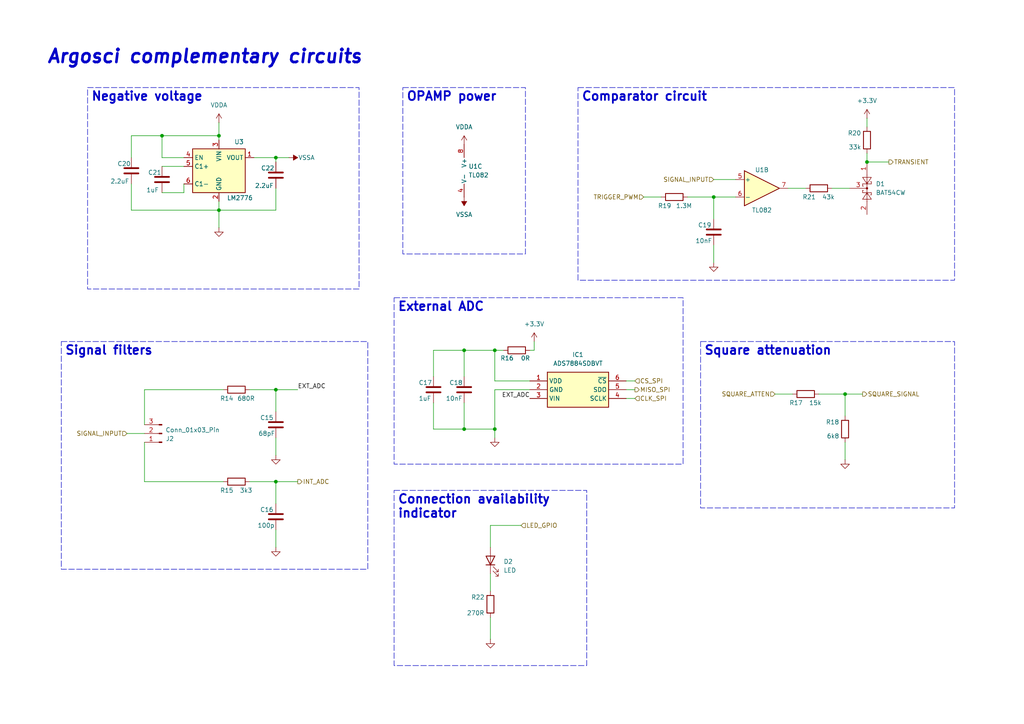
<source format=kicad_sch>
(kicad_sch
	(version 20250114)
	(generator "eeschema")
	(generator_version "9.0")
	(uuid "addd4bc6-c4ba-469d-b636-b25d3b882a28")
	(paper "A4")
	(title_block
		(title "Argosci complementary circuits")
		(date "2025-03-13")
		(company "FCEFYN - UNC")
	)
	(lib_symbols
		(symbol "ADS7884SDBVT:ADS7884SDBVT"
			(exclude_from_sim no)
			(in_bom yes)
			(on_board yes)
			(property "Reference" "IC"
				(at 24.13 7.62 0)
				(effects
					(font
						(size 1.27 1.27)
					)
					(justify left top)
				)
			)
			(property "Value" "ADS7884SDBVT"
				(at 24.13 5.08 0)
				(effects
					(font
						(size 1.27 1.27)
					)
					(justify left top)
				)
			)
			(property "Footprint" "SOT95P280X145-6N"
				(at 24.13 -94.92 0)
				(effects
					(font
						(size 1.27 1.27)
					)
					(justify left top)
					(hide yes)
				)
			)
			(property "Datasheet" "http://www.ti.com/lit/gpn/ads7884"
				(at 24.13 -194.92 0)
				(effects
					(font
						(size 1.27 1.27)
					)
					(justify left top)
					(hide yes)
				)
			)
			(property "Description" "10-/8-Bit, 1.25-MSPS, MICRO-POWER, MINIATURE SAR ANALOG-TO-DIGITAL CONVERTERS"
				(at 0 0 0)
				(effects
					(font
						(size 1.27 1.27)
					)
					(hide yes)
				)
			)
			(property "Height" "1.45"
				(at 24.13 -394.92 0)
				(effects
					(font
						(size 1.27 1.27)
					)
					(justify left top)
					(hide yes)
				)
			)
			(property "Mouser Part Number" "595-ADS7884SDBVT"
				(at 24.13 -494.92 0)
				(effects
					(font
						(size 1.27 1.27)
					)
					(justify left top)
					(hide yes)
				)
			)
			(property "Mouser Price/Stock" "https://www.mouser.co.uk/ProductDetail/Texas-Instruments/ADS7884SDBVT?qs=iW8OfOTwbwNcIAkz3EN%2F%2Fg%3D%3D"
				(at 24.13 -594.92 0)
				(effects
					(font
						(size 1.27 1.27)
					)
					(justify left top)
					(hide yes)
				)
			)
			(property "Manufacturer_Name" "Texas Instruments"
				(at 24.13 -694.92 0)
				(effects
					(font
						(size 1.27 1.27)
					)
					(justify left top)
					(hide yes)
				)
			)
			(property "Manufacturer_Part_Number" "ADS7884SDBVT"
				(at 24.13 -794.92 0)
				(effects
					(font
						(size 1.27 1.27)
					)
					(justify left top)
					(hide yes)
				)
			)
			(symbol "ADS7884SDBVT_1_1"
				(rectangle
					(start 5.08 2.54)
					(end 22.86 -7.62)
					(stroke
						(width 0.254)
						(type default)
					)
					(fill
						(type background)
					)
				)
				(pin passive line
					(at 0 0 0)
					(length 5.08)
					(name "VDD"
						(effects
							(font
								(size 1.27 1.27)
							)
						)
					)
					(number "1"
						(effects
							(font
								(size 1.27 1.27)
							)
						)
					)
				)
				(pin passive line
					(at 0 -2.54 0)
					(length 5.08)
					(name "GND"
						(effects
							(font
								(size 1.27 1.27)
							)
						)
					)
					(number "2"
						(effects
							(font
								(size 1.27 1.27)
							)
						)
					)
				)
				(pin passive line
					(at 0 -5.08 0)
					(length 5.08)
					(name "VIN"
						(effects
							(font
								(size 1.27 1.27)
							)
						)
					)
					(number "3"
						(effects
							(font
								(size 1.27 1.27)
							)
						)
					)
				)
				(pin passive line
					(at 27.94 0 180)
					(length 5.08)
					(name "~{CS}"
						(effects
							(font
								(size 1.27 1.27)
							)
						)
					)
					(number "6"
						(effects
							(font
								(size 1.27 1.27)
							)
						)
					)
				)
				(pin passive line
					(at 27.94 -2.54 180)
					(length 5.08)
					(name "SDO"
						(effects
							(font
								(size 1.27 1.27)
							)
						)
					)
					(number "5"
						(effects
							(font
								(size 1.27 1.27)
							)
						)
					)
				)
				(pin passive line
					(at 27.94 -5.08 180)
					(length 5.08)
					(name "SCLK"
						(effects
							(font
								(size 1.27 1.27)
							)
						)
					)
					(number "4"
						(effects
							(font
								(size 1.27 1.27)
							)
						)
					)
				)
			)
			(embedded_fonts no)
		)
		(symbol "Amplifier_Operational:TL082"
			(pin_names
				(offset 0.127)
			)
			(exclude_from_sim no)
			(in_bom yes)
			(on_board yes)
			(property "Reference" "U"
				(at 0 5.08 0)
				(effects
					(font
						(size 1.27 1.27)
					)
					(justify left)
				)
			)
			(property "Value" "TL082"
				(at 0 -5.08 0)
				(effects
					(font
						(size 1.27 1.27)
					)
					(justify left)
				)
			)
			(property "Footprint" ""
				(at 0 0 0)
				(effects
					(font
						(size 1.27 1.27)
					)
					(hide yes)
				)
			)
			(property "Datasheet" "http://www.ti.com/lit/ds/symlink/tl081.pdf"
				(at 0 0 0)
				(effects
					(font
						(size 1.27 1.27)
					)
					(hide yes)
				)
			)
			(property "Description" "Dual JFET-Input Operational Amplifiers, DIP-8/SOIC-8/SSOP-8"
				(at 0 0 0)
				(effects
					(font
						(size 1.27 1.27)
					)
					(hide yes)
				)
			)
			(property "ki_locked" ""
				(at 0 0 0)
				(effects
					(font
						(size 1.27 1.27)
					)
				)
			)
			(property "ki_keywords" "dual opamp"
				(at 0 0 0)
				(effects
					(font
						(size 1.27 1.27)
					)
					(hide yes)
				)
			)
			(property "ki_fp_filters" "SOIC*3.9x4.9mm*P1.27mm* DIP*W7.62mm* TO*99* OnSemi*Micro8* TSSOP*3x3mm*P0.65mm* TSSOP*4.4x3mm*P0.65mm* MSOP*3x3mm*P0.65mm* SSOP*3.9x4.9mm*P0.635mm* LFCSP*2x2mm*P0.5mm* *SIP* SOIC*5.3x6.2mm*P1.27mm*"
				(at 0 0 0)
				(effects
					(font
						(size 1.27 1.27)
					)
					(hide yes)
				)
			)
			(symbol "TL082_1_1"
				(polyline
					(pts
						(xy -5.08 5.08) (xy 5.08 0) (xy -5.08 -5.08) (xy -5.08 5.08)
					)
					(stroke
						(width 0.254)
						(type default)
					)
					(fill
						(type background)
					)
				)
				(pin input line
					(at -7.62 2.54 0)
					(length 2.54)
					(name "+"
						(effects
							(font
								(size 1.27 1.27)
							)
						)
					)
					(number "3"
						(effects
							(font
								(size 1.27 1.27)
							)
						)
					)
				)
				(pin input line
					(at -7.62 -2.54 0)
					(length 2.54)
					(name "-"
						(effects
							(font
								(size 1.27 1.27)
							)
						)
					)
					(number "2"
						(effects
							(font
								(size 1.27 1.27)
							)
						)
					)
				)
				(pin output line
					(at 7.62 0 180)
					(length 2.54)
					(name "~"
						(effects
							(font
								(size 1.27 1.27)
							)
						)
					)
					(number "1"
						(effects
							(font
								(size 1.27 1.27)
							)
						)
					)
				)
			)
			(symbol "TL082_2_1"
				(polyline
					(pts
						(xy -5.08 5.08) (xy 5.08 0) (xy -5.08 -5.08) (xy -5.08 5.08)
					)
					(stroke
						(width 0.254)
						(type default)
					)
					(fill
						(type background)
					)
				)
				(pin input line
					(at -7.62 2.54 0)
					(length 2.54)
					(name "+"
						(effects
							(font
								(size 1.27 1.27)
							)
						)
					)
					(number "5"
						(effects
							(font
								(size 1.27 1.27)
							)
						)
					)
				)
				(pin input line
					(at -7.62 -2.54 0)
					(length 2.54)
					(name "-"
						(effects
							(font
								(size 1.27 1.27)
							)
						)
					)
					(number "6"
						(effects
							(font
								(size 1.27 1.27)
							)
						)
					)
				)
				(pin output line
					(at 7.62 0 180)
					(length 2.54)
					(name "~"
						(effects
							(font
								(size 1.27 1.27)
							)
						)
					)
					(number "7"
						(effects
							(font
								(size 1.27 1.27)
							)
						)
					)
				)
			)
			(symbol "TL082_3_1"
				(pin power_in line
					(at -2.54 7.62 270)
					(length 3.81)
					(name "V+"
						(effects
							(font
								(size 1.27 1.27)
							)
						)
					)
					(number "8"
						(effects
							(font
								(size 1.27 1.27)
							)
						)
					)
				)
				(pin power_in line
					(at -2.54 -7.62 90)
					(length 3.81)
					(name "V-"
						(effects
							(font
								(size 1.27 1.27)
							)
						)
					)
					(number "4"
						(effects
							(font
								(size 1.27 1.27)
							)
						)
					)
				)
			)
			(embedded_fonts no)
		)
		(symbol "Connector:Conn_01x03_Pin"
			(pin_names
				(offset 1.016)
				(hide yes)
			)
			(exclude_from_sim no)
			(in_bom yes)
			(on_board yes)
			(property "Reference" "J"
				(at 0 5.08 0)
				(effects
					(font
						(size 1.27 1.27)
					)
				)
			)
			(property "Value" "Conn_01x03_Pin"
				(at 0 -5.08 0)
				(effects
					(font
						(size 1.27 1.27)
					)
				)
			)
			(property "Footprint" ""
				(at 0 0 0)
				(effects
					(font
						(size 1.27 1.27)
					)
					(hide yes)
				)
			)
			(property "Datasheet" "~"
				(at 0 0 0)
				(effects
					(font
						(size 1.27 1.27)
					)
					(hide yes)
				)
			)
			(property "Description" "Generic connector, single row, 01x03, script generated"
				(at 0 0 0)
				(effects
					(font
						(size 1.27 1.27)
					)
					(hide yes)
				)
			)
			(property "ki_locked" ""
				(at 0 0 0)
				(effects
					(font
						(size 1.27 1.27)
					)
				)
			)
			(property "ki_keywords" "connector"
				(at 0 0 0)
				(effects
					(font
						(size 1.27 1.27)
					)
					(hide yes)
				)
			)
			(property "ki_fp_filters" "Connector*:*_1x??_*"
				(at 0 0 0)
				(effects
					(font
						(size 1.27 1.27)
					)
					(hide yes)
				)
			)
			(symbol "Conn_01x03_Pin_1_1"
				(rectangle
					(start 0.8636 2.667)
					(end 0 2.413)
					(stroke
						(width 0.1524)
						(type default)
					)
					(fill
						(type outline)
					)
				)
				(rectangle
					(start 0.8636 0.127)
					(end 0 -0.127)
					(stroke
						(width 0.1524)
						(type default)
					)
					(fill
						(type outline)
					)
				)
				(rectangle
					(start 0.8636 -2.413)
					(end 0 -2.667)
					(stroke
						(width 0.1524)
						(type default)
					)
					(fill
						(type outline)
					)
				)
				(polyline
					(pts
						(xy 1.27 2.54) (xy 0.8636 2.54)
					)
					(stroke
						(width 0.1524)
						(type default)
					)
					(fill
						(type none)
					)
				)
				(polyline
					(pts
						(xy 1.27 0) (xy 0.8636 0)
					)
					(stroke
						(width 0.1524)
						(type default)
					)
					(fill
						(type none)
					)
				)
				(polyline
					(pts
						(xy 1.27 -2.54) (xy 0.8636 -2.54)
					)
					(stroke
						(width 0.1524)
						(type default)
					)
					(fill
						(type none)
					)
				)
				(pin passive line
					(at 5.08 2.54 180)
					(length 3.81)
					(name "Pin_1"
						(effects
							(font
								(size 1.27 1.27)
							)
						)
					)
					(number "1"
						(effects
							(font
								(size 1.27 1.27)
							)
						)
					)
				)
				(pin passive line
					(at 5.08 0 180)
					(length 3.81)
					(name "Pin_2"
						(effects
							(font
								(size 1.27 1.27)
							)
						)
					)
					(number "2"
						(effects
							(font
								(size 1.27 1.27)
							)
						)
					)
				)
				(pin passive line
					(at 5.08 -2.54 180)
					(length 3.81)
					(name "Pin_3"
						(effects
							(font
								(size 1.27 1.27)
							)
						)
					)
					(number "3"
						(effects
							(font
								(size 1.27 1.27)
							)
						)
					)
				)
			)
			(embedded_fonts no)
		)
		(symbol "Device:C"
			(pin_numbers
				(hide yes)
			)
			(pin_names
				(offset 0.254)
			)
			(exclude_from_sim no)
			(in_bom yes)
			(on_board yes)
			(property "Reference" "C"
				(at 0.635 2.54 0)
				(effects
					(font
						(size 1.27 1.27)
					)
					(justify left)
				)
			)
			(property "Value" "C"
				(at 0.635 -2.54 0)
				(effects
					(font
						(size 1.27 1.27)
					)
					(justify left)
				)
			)
			(property "Footprint" ""
				(at 0.9652 -3.81 0)
				(effects
					(font
						(size 1.27 1.27)
					)
					(hide yes)
				)
			)
			(property "Datasheet" "~"
				(at 0 0 0)
				(effects
					(font
						(size 1.27 1.27)
					)
					(hide yes)
				)
			)
			(property "Description" "Unpolarized capacitor"
				(at 0 0 0)
				(effects
					(font
						(size 1.27 1.27)
					)
					(hide yes)
				)
			)
			(property "ki_keywords" "cap capacitor"
				(at 0 0 0)
				(effects
					(font
						(size 1.27 1.27)
					)
					(hide yes)
				)
			)
			(property "ki_fp_filters" "C_*"
				(at 0 0 0)
				(effects
					(font
						(size 1.27 1.27)
					)
					(hide yes)
				)
			)
			(symbol "C_0_1"
				(polyline
					(pts
						(xy -2.032 0.762) (xy 2.032 0.762)
					)
					(stroke
						(width 0.508)
						(type default)
					)
					(fill
						(type none)
					)
				)
				(polyline
					(pts
						(xy -2.032 -0.762) (xy 2.032 -0.762)
					)
					(stroke
						(width 0.508)
						(type default)
					)
					(fill
						(type none)
					)
				)
			)
			(symbol "C_1_1"
				(pin passive line
					(at 0 3.81 270)
					(length 2.794)
					(name "~"
						(effects
							(font
								(size 1.27 1.27)
							)
						)
					)
					(number "1"
						(effects
							(font
								(size 1.27 1.27)
							)
						)
					)
				)
				(pin passive line
					(at 0 -3.81 90)
					(length 2.794)
					(name "~"
						(effects
							(font
								(size 1.27 1.27)
							)
						)
					)
					(number "2"
						(effects
							(font
								(size 1.27 1.27)
							)
						)
					)
				)
			)
			(embedded_fonts no)
		)
		(symbol "Device:LED"
			(pin_numbers
				(hide yes)
			)
			(pin_names
				(offset 1.016)
				(hide yes)
			)
			(exclude_from_sim no)
			(in_bom yes)
			(on_board yes)
			(property "Reference" "D"
				(at 0 2.54 0)
				(effects
					(font
						(size 1.27 1.27)
					)
				)
			)
			(property "Value" "LED"
				(at 0 -2.54 0)
				(effects
					(font
						(size 1.27 1.27)
					)
				)
			)
			(property "Footprint" ""
				(at 0 0 0)
				(effects
					(font
						(size 1.27 1.27)
					)
					(hide yes)
				)
			)
			(property "Datasheet" "~"
				(at 0 0 0)
				(effects
					(font
						(size 1.27 1.27)
					)
					(hide yes)
				)
			)
			(property "Description" "Light emitting diode"
				(at 0 0 0)
				(effects
					(font
						(size 1.27 1.27)
					)
					(hide yes)
				)
			)
			(property "Sim.Pins" "1=K 2=A"
				(at 0 0 0)
				(effects
					(font
						(size 1.27 1.27)
					)
					(hide yes)
				)
			)
			(property "ki_keywords" "LED diode"
				(at 0 0 0)
				(effects
					(font
						(size 1.27 1.27)
					)
					(hide yes)
				)
			)
			(property "ki_fp_filters" "LED* LED_SMD:* LED_THT:*"
				(at 0 0 0)
				(effects
					(font
						(size 1.27 1.27)
					)
					(hide yes)
				)
			)
			(symbol "LED_0_1"
				(polyline
					(pts
						(xy -3.048 -0.762) (xy -4.572 -2.286) (xy -3.81 -2.286) (xy -4.572 -2.286) (xy -4.572 -1.524)
					)
					(stroke
						(width 0)
						(type default)
					)
					(fill
						(type none)
					)
				)
				(polyline
					(pts
						(xy -1.778 -0.762) (xy -3.302 -2.286) (xy -2.54 -2.286) (xy -3.302 -2.286) (xy -3.302 -1.524)
					)
					(stroke
						(width 0)
						(type default)
					)
					(fill
						(type none)
					)
				)
				(polyline
					(pts
						(xy -1.27 0) (xy 1.27 0)
					)
					(stroke
						(width 0)
						(type default)
					)
					(fill
						(type none)
					)
				)
				(polyline
					(pts
						(xy -1.27 -1.27) (xy -1.27 1.27)
					)
					(stroke
						(width 0.254)
						(type default)
					)
					(fill
						(type none)
					)
				)
				(polyline
					(pts
						(xy 1.27 -1.27) (xy 1.27 1.27) (xy -1.27 0) (xy 1.27 -1.27)
					)
					(stroke
						(width 0.254)
						(type default)
					)
					(fill
						(type none)
					)
				)
			)
			(symbol "LED_1_1"
				(pin passive line
					(at -3.81 0 0)
					(length 2.54)
					(name "K"
						(effects
							(font
								(size 1.27 1.27)
							)
						)
					)
					(number "1"
						(effects
							(font
								(size 1.27 1.27)
							)
						)
					)
				)
				(pin passive line
					(at 3.81 0 180)
					(length 2.54)
					(name "A"
						(effects
							(font
								(size 1.27 1.27)
							)
						)
					)
					(number "2"
						(effects
							(font
								(size 1.27 1.27)
							)
						)
					)
				)
			)
			(embedded_fonts no)
		)
		(symbol "Device:R"
			(pin_numbers
				(hide yes)
			)
			(pin_names
				(offset 0)
			)
			(exclude_from_sim no)
			(in_bom yes)
			(on_board yes)
			(property "Reference" "R"
				(at 2.032 0 90)
				(effects
					(font
						(size 1.27 1.27)
					)
				)
			)
			(property "Value" "R"
				(at 0 0 90)
				(effects
					(font
						(size 1.27 1.27)
					)
				)
			)
			(property "Footprint" ""
				(at -1.778 0 90)
				(effects
					(font
						(size 1.27 1.27)
					)
					(hide yes)
				)
			)
			(property "Datasheet" "~"
				(at 0 0 0)
				(effects
					(font
						(size 1.27 1.27)
					)
					(hide yes)
				)
			)
			(property "Description" "Resistor"
				(at 0 0 0)
				(effects
					(font
						(size 1.27 1.27)
					)
					(hide yes)
				)
			)
			(property "ki_keywords" "R res resistor"
				(at 0 0 0)
				(effects
					(font
						(size 1.27 1.27)
					)
					(hide yes)
				)
			)
			(property "ki_fp_filters" "R_*"
				(at 0 0 0)
				(effects
					(font
						(size 1.27 1.27)
					)
					(hide yes)
				)
			)
			(symbol "R_0_1"
				(rectangle
					(start -1.016 -2.54)
					(end 1.016 2.54)
					(stroke
						(width 0.254)
						(type default)
					)
					(fill
						(type none)
					)
				)
			)
			(symbol "R_1_1"
				(pin passive line
					(at 0 3.81 270)
					(length 1.27)
					(name "~"
						(effects
							(font
								(size 1.27 1.27)
							)
						)
					)
					(number "1"
						(effects
							(font
								(size 1.27 1.27)
							)
						)
					)
				)
				(pin passive line
					(at 0 -3.81 90)
					(length 1.27)
					(name "~"
						(effects
							(font
								(size 1.27 1.27)
							)
						)
					)
					(number "2"
						(effects
							(font
								(size 1.27 1.27)
							)
						)
					)
				)
			)
			(embedded_fonts no)
		)
		(symbol "Diode:BAT54CW"
			(pin_names
				(offset 1.016)
			)
			(exclude_from_sim no)
			(in_bom yes)
			(on_board yes)
			(property "Reference" "D"
				(at 0.635 -3.81 0)
				(effects
					(font
						(size 1.27 1.27)
					)
					(justify left)
				)
			)
			(property "Value" "BAT54CW"
				(at -6.35 3.175 0)
				(effects
					(font
						(size 1.27 1.27)
					)
					(justify left)
				)
			)
			(property "Footprint" "Package_TO_SOT_SMD:SOT-323_SC-70"
				(at 1.905 3.175 0)
				(effects
					(font
						(size 1.27 1.27)
					)
					(justify left)
					(hide yes)
				)
			)
			(property "Datasheet" "https://assets.nexperia.com/documents/data-sheet/BAT54W_SER.pdf"
				(at -2.032 0 0)
				(effects
					(font
						(size 1.27 1.27)
					)
					(hide yes)
				)
			)
			(property "Description" "Dual schottky barrier diode, common cathode, SOT-323"
				(at 0 0 0)
				(effects
					(font
						(size 1.27 1.27)
					)
					(hide yes)
				)
			)
			(property "ki_keywords" "dual schottky diode"
				(at 0 0 0)
				(effects
					(font
						(size 1.27 1.27)
					)
					(hide yes)
				)
			)
			(property "ki_fp_filters" "SOT?323*"
				(at 0 0 0)
				(effects
					(font
						(size 1.27 1.27)
					)
					(hide yes)
				)
			)
			(symbol "BAT54CW_0_1"
				(polyline
					(pts
						(xy -3.175 -1.27) (xy -3.175 1.27) (xy -1.27 0) (xy -3.175 -1.27)
					)
					(stroke
						(width 0)
						(type default)
					)
					(fill
						(type none)
					)
				)
				(polyline
					(pts
						(xy -1.905 1.27) (xy -1.905 1.016)
					)
					(stroke
						(width 0)
						(type default)
					)
					(fill
						(type none)
					)
				)
				(polyline
					(pts
						(xy -1.905 0) (xy 1.905 0)
					)
					(stroke
						(width 0)
						(type default)
					)
					(fill
						(type none)
					)
				)
				(polyline
					(pts
						(xy -1.27 1.27) (xy -1.905 1.27)
					)
					(stroke
						(width 0)
						(type default)
					)
					(fill
						(type none)
					)
				)
				(polyline
					(pts
						(xy -1.27 1.27) (xy -1.27 -1.27)
					)
					(stroke
						(width 0)
						(type default)
					)
					(fill
						(type none)
					)
				)
				(polyline
					(pts
						(xy -1.27 0) (xy -3.81 0)
					)
					(stroke
						(width 0)
						(type default)
					)
					(fill
						(type none)
					)
				)
				(polyline
					(pts
						(xy -1.27 -1.27) (xy -0.635 -1.27)
					)
					(stroke
						(width 0)
						(type default)
					)
					(fill
						(type none)
					)
				)
				(polyline
					(pts
						(xy -0.635 -1.27) (xy -0.635 -1.016)
					)
					(stroke
						(width 0)
						(type default)
					)
					(fill
						(type none)
					)
				)
				(circle
					(center 0 0)
					(radius 0.254)
					(stroke
						(width 0)
						(type default)
					)
					(fill
						(type outline)
					)
				)
				(polyline
					(pts
						(xy 0.635 -1.27) (xy 0.635 -1.016)
					)
					(stroke
						(width 0)
						(type default)
					)
					(fill
						(type none)
					)
				)
				(polyline
					(pts
						(xy 1.27 1.27) (xy 1.27 -1.27)
					)
					(stroke
						(width 0)
						(type default)
					)
					(fill
						(type none)
					)
				)
				(polyline
					(pts
						(xy 1.27 1.27) (xy 1.905 1.27)
					)
					(stroke
						(width 0)
						(type default)
					)
					(fill
						(type none)
					)
				)
				(polyline
					(pts
						(xy 1.27 -1.27) (xy 0.635 -1.27)
					)
					(stroke
						(width 0)
						(type default)
					)
					(fill
						(type none)
					)
				)
				(polyline
					(pts
						(xy 1.905 1.27) (xy 1.905 1.016)
					)
					(stroke
						(width 0)
						(type default)
					)
					(fill
						(type none)
					)
				)
				(polyline
					(pts
						(xy 3.175 -1.27) (xy 3.175 1.27) (xy 1.27 0) (xy 3.175 -1.27)
					)
					(stroke
						(width 0)
						(type default)
					)
					(fill
						(type none)
					)
				)
				(polyline
					(pts
						(xy 3.81 0) (xy 1.27 0)
					)
					(stroke
						(width 0)
						(type default)
					)
					(fill
						(type none)
					)
				)
			)
			(symbol "BAT54CW_1_1"
				(pin passive line
					(at -7.62 0 0)
					(length 3.81)
					(name "~"
						(effects
							(font
								(size 1.27 1.27)
							)
						)
					)
					(number "1"
						(effects
							(font
								(size 1.27 1.27)
							)
						)
					)
				)
				(pin passive line
					(at 0 -5.08 90)
					(length 5.08)
					(name "~"
						(effects
							(font
								(size 1.27 1.27)
							)
						)
					)
					(number "3"
						(effects
							(font
								(size 1.27 1.27)
							)
						)
					)
				)
				(pin passive line
					(at 7.62 0 180)
					(length 3.81)
					(name "~"
						(effects
							(font
								(size 1.27 1.27)
							)
						)
					)
					(number "2"
						(effects
							(font
								(size 1.27 1.27)
							)
						)
					)
				)
			)
			(embedded_fonts no)
		)
		(symbol "Regulator_SwitchedCapacitor:LM2776"
			(exclude_from_sim no)
			(in_bom yes)
			(on_board yes)
			(property "Reference" "U"
				(at -6.35 6.35 0)
				(effects
					(font
						(size 1.27 1.27)
					)
				)
			)
			(property "Value" "LM2776"
				(at 1.27 6.35 0)
				(effects
					(font
						(size 1.27 1.27)
					)
					(justify left)
				)
			)
			(property "Footprint" "Package_TO_SOT_SMD:SOT-23-6"
				(at 1.27 -8.89 0)
				(effects
					(font
						(size 1.27 1.27)
					)
					(justify left)
					(hide yes)
				)
			)
			(property "Datasheet" "http://www.ti.com/lit/ds/symlink/lm2776.pdf"
				(at -46.99 31.75 0)
				(effects
					(font
						(size 1.27 1.27)
					)
					(hide yes)
				)
			)
			(property "Description" "Switched capacitor inverter, inverts positive voltage +2.7 to +5.5V to negative, 200mA, SOT-23-6"
				(at 0 0 0)
				(effects
					(font
						(size 1.27 1.27)
					)
					(hide yes)
				)
			)
			(property "ki_keywords" "Switched capacitor inverter"
				(at 0 0 0)
				(effects
					(font
						(size 1.27 1.27)
					)
					(hide yes)
				)
			)
			(property "ki_fp_filters" "SOT?23*"
				(at 0 0 0)
				(effects
					(font
						(size 1.27 1.27)
					)
					(hide yes)
				)
			)
			(symbol "LM2776_0_1"
				(rectangle
					(start -7.62 5.08)
					(end 7.62 -7.62)
					(stroke
						(width 0.254)
						(type default)
					)
					(fill
						(type background)
					)
				)
			)
			(symbol "LM2776_1_1"
				(pin input line
					(at -10.16 2.54 0)
					(length 2.54)
					(name "EN"
						(effects
							(font
								(size 1.27 1.27)
							)
						)
					)
					(number "4"
						(effects
							(font
								(size 1.27 1.27)
							)
						)
					)
				)
				(pin passive line
					(at -10.16 0 0)
					(length 2.54)
					(name "C1+"
						(effects
							(font
								(size 1.27 1.27)
							)
						)
					)
					(number "5"
						(effects
							(font
								(size 1.27 1.27)
							)
						)
					)
				)
				(pin passive line
					(at -10.16 -5.08 0)
					(length 2.54)
					(name "C1-"
						(effects
							(font
								(size 1.27 1.27)
							)
						)
					)
					(number "6"
						(effects
							(font
								(size 1.27 1.27)
							)
						)
					)
				)
				(pin power_in line
					(at 0 7.62 270)
					(length 2.54)
					(name "VIN"
						(effects
							(font
								(size 1.27 1.27)
							)
						)
					)
					(number "3"
						(effects
							(font
								(size 1.27 1.27)
							)
						)
					)
				)
				(pin power_in line
					(at 0 -10.16 90)
					(length 2.54)
					(name "GND"
						(effects
							(font
								(size 1.27 1.27)
							)
						)
					)
					(number "2"
						(effects
							(font
								(size 1.27 1.27)
							)
						)
					)
				)
				(pin power_out line
					(at 10.16 2.54 180)
					(length 2.54)
					(name "VOUT"
						(effects
							(font
								(size 1.27 1.27)
							)
						)
					)
					(number "1"
						(effects
							(font
								(size 1.27 1.27)
							)
						)
					)
				)
			)
			(embedded_fonts no)
		)
		(symbol "power:+3.3V"
			(power)
			(pin_numbers
				(hide yes)
			)
			(pin_names
				(offset 0)
				(hide yes)
			)
			(exclude_from_sim no)
			(in_bom yes)
			(on_board yes)
			(property "Reference" "#PWR"
				(at 0 -3.81 0)
				(effects
					(font
						(size 1.27 1.27)
					)
					(hide yes)
				)
			)
			(property "Value" "+3.3V"
				(at 0 3.556 0)
				(effects
					(font
						(size 1.27 1.27)
					)
				)
			)
			(property "Footprint" ""
				(at 0 0 0)
				(effects
					(font
						(size 1.27 1.27)
					)
					(hide yes)
				)
			)
			(property "Datasheet" ""
				(at 0 0 0)
				(effects
					(font
						(size 1.27 1.27)
					)
					(hide yes)
				)
			)
			(property "Description" "Power symbol creates a global label with name \"+3.3V\""
				(at 0 0 0)
				(effects
					(font
						(size 1.27 1.27)
					)
					(hide yes)
				)
			)
			(property "ki_keywords" "global power"
				(at 0 0 0)
				(effects
					(font
						(size 1.27 1.27)
					)
					(hide yes)
				)
			)
			(symbol "+3.3V_0_1"
				(polyline
					(pts
						(xy -0.762 1.27) (xy 0 2.54)
					)
					(stroke
						(width 0)
						(type default)
					)
					(fill
						(type none)
					)
				)
				(polyline
					(pts
						(xy 0 2.54) (xy 0.762 1.27)
					)
					(stroke
						(width 0)
						(type default)
					)
					(fill
						(type none)
					)
				)
				(polyline
					(pts
						(xy 0 0) (xy 0 2.54)
					)
					(stroke
						(width 0)
						(type default)
					)
					(fill
						(type none)
					)
				)
			)
			(symbol "+3.3V_1_1"
				(pin power_in line
					(at 0 0 90)
					(length 0)
					(name "~"
						(effects
							(font
								(size 1.27 1.27)
							)
						)
					)
					(number "1"
						(effects
							(font
								(size 1.27 1.27)
							)
						)
					)
				)
			)
			(embedded_fonts no)
		)
		(symbol "power:GND"
			(power)
			(pin_numbers
				(hide yes)
			)
			(pin_names
				(offset 0)
				(hide yes)
			)
			(exclude_from_sim no)
			(in_bom yes)
			(on_board yes)
			(property "Reference" "#PWR"
				(at 0 -6.35 0)
				(effects
					(font
						(size 1.27 1.27)
					)
					(hide yes)
				)
			)
			(property "Value" "GND"
				(at 0 -3.81 0)
				(effects
					(font
						(size 1.27 1.27)
					)
				)
			)
			(property "Footprint" ""
				(at 0 0 0)
				(effects
					(font
						(size 1.27 1.27)
					)
					(hide yes)
				)
			)
			(property "Datasheet" ""
				(at 0 0 0)
				(effects
					(font
						(size 1.27 1.27)
					)
					(hide yes)
				)
			)
			(property "Description" "Power symbol creates a global label with name \"GND\" , ground"
				(at 0 0 0)
				(effects
					(font
						(size 1.27 1.27)
					)
					(hide yes)
				)
			)
			(property "ki_keywords" "global power"
				(at 0 0 0)
				(effects
					(font
						(size 1.27 1.27)
					)
					(hide yes)
				)
			)
			(symbol "GND_0_1"
				(polyline
					(pts
						(xy 0 0) (xy 0 -1.27) (xy 1.27 -1.27) (xy 0 -2.54) (xy -1.27 -1.27) (xy 0 -1.27)
					)
					(stroke
						(width 0)
						(type default)
					)
					(fill
						(type none)
					)
				)
			)
			(symbol "GND_1_1"
				(pin power_in line
					(at 0 0 270)
					(length 0)
					(name "~"
						(effects
							(font
								(size 1.27 1.27)
							)
						)
					)
					(number "1"
						(effects
							(font
								(size 1.27 1.27)
							)
						)
					)
				)
			)
			(embedded_fonts no)
		)
		(symbol "power:VDDA"
			(power)
			(pin_numbers
				(hide yes)
			)
			(pin_names
				(offset 0)
				(hide yes)
			)
			(exclude_from_sim no)
			(in_bom yes)
			(on_board yes)
			(property "Reference" "#PWR"
				(at 0 -3.81 0)
				(effects
					(font
						(size 1.27 1.27)
					)
					(hide yes)
				)
			)
			(property "Value" "VDDA"
				(at 0 3.556 0)
				(effects
					(font
						(size 1.27 1.27)
					)
				)
			)
			(property "Footprint" ""
				(at 0 0 0)
				(effects
					(font
						(size 1.27 1.27)
					)
					(hide yes)
				)
			)
			(property "Datasheet" ""
				(at 0 0 0)
				(effects
					(font
						(size 1.27 1.27)
					)
					(hide yes)
				)
			)
			(property "Description" "Power symbol creates a global label with name \"VDDA\""
				(at 0 0 0)
				(effects
					(font
						(size 1.27 1.27)
					)
					(hide yes)
				)
			)
			(property "ki_keywords" "global power"
				(at 0 0 0)
				(effects
					(font
						(size 1.27 1.27)
					)
					(hide yes)
				)
			)
			(symbol "VDDA_0_1"
				(polyline
					(pts
						(xy -0.762 1.27) (xy 0 2.54)
					)
					(stroke
						(width 0)
						(type default)
					)
					(fill
						(type none)
					)
				)
				(polyline
					(pts
						(xy 0 2.54) (xy 0.762 1.27)
					)
					(stroke
						(width 0)
						(type default)
					)
					(fill
						(type none)
					)
				)
				(polyline
					(pts
						(xy 0 0) (xy 0 2.54)
					)
					(stroke
						(width 0)
						(type default)
					)
					(fill
						(type none)
					)
				)
			)
			(symbol "VDDA_1_1"
				(pin power_in line
					(at 0 0 90)
					(length 0)
					(name "~"
						(effects
							(font
								(size 1.27 1.27)
							)
						)
					)
					(number "1"
						(effects
							(font
								(size 1.27 1.27)
							)
						)
					)
				)
			)
			(embedded_fonts no)
		)
		(symbol "power:VSSA"
			(power)
			(pin_numbers
				(hide yes)
			)
			(pin_names
				(offset 0)
				(hide yes)
			)
			(exclude_from_sim no)
			(in_bom yes)
			(on_board yes)
			(property "Reference" "#PWR"
				(at 0 -3.81 0)
				(effects
					(font
						(size 1.27 1.27)
					)
					(hide yes)
				)
			)
			(property "Value" "VSSA"
				(at 0 3.556 0)
				(effects
					(font
						(size 1.27 1.27)
					)
				)
			)
			(property "Footprint" ""
				(at 0 0 0)
				(effects
					(font
						(size 1.27 1.27)
					)
					(hide yes)
				)
			)
			(property "Datasheet" ""
				(at 0 0 0)
				(effects
					(font
						(size 1.27 1.27)
					)
					(hide yes)
				)
			)
			(property "Description" "Power symbol creates a global label with name \"VSSA\""
				(at 0 0 0)
				(effects
					(font
						(size 1.27 1.27)
					)
					(hide yes)
				)
			)
			(property "ki_keywords" "global power"
				(at 0 0 0)
				(effects
					(font
						(size 1.27 1.27)
					)
					(hide yes)
				)
			)
			(symbol "VSSA_0_1"
				(polyline
					(pts
						(xy 0 0) (xy 0 2.54)
					)
					(stroke
						(width 0)
						(type default)
					)
					(fill
						(type none)
					)
				)
				(polyline
					(pts
						(xy 0.762 1.27) (xy -0.762 1.27) (xy 0 2.54) (xy 0.762 1.27)
					)
					(stroke
						(width 0)
						(type default)
					)
					(fill
						(type outline)
					)
				)
			)
			(symbol "VSSA_1_1"
				(pin power_in line
					(at 0 0 90)
					(length 0)
					(name "~"
						(effects
							(font
								(size 1.27 1.27)
							)
						)
					)
					(number "1"
						(effects
							(font
								(size 1.27 1.27)
							)
						)
					)
				)
			)
			(embedded_fonts no)
		)
	)
	(text "Argosci complementary circuits"
		(exclude_from_sim no)
		(at 59.436 16.51 0)
		(effects
			(font
				(size 3.81 3.81)
				(thickness 0.762)
				(bold yes)
				(italic yes)
			)
		)
		(uuid "05b79a98-c191-4ee4-a179-7d4131ab4df9")
	)
	(text_box "Signal filters"
		(exclude_from_sim no)
		(at 17.78 99.06 0)
		(size 88.9 66.04)
		(margins 0.9525 0.9525 0.9525 0.9525)
		(stroke
			(width 0)
			(type dash)
		)
		(fill
			(type none)
		)
		(effects
			(font
				(size 2.54 2.54)
				(thickness 0.508)
				(bold yes)
			)
			(justify left top)
		)
		(uuid "31cc842c-2171-4a04-9de5-06aa20f32ed9")
	)
	(text_box "Connection availability indicator"
		(exclude_from_sim no)
		(at 114.3 142.24 0)
		(size 55.88 50.8)
		(margins 0.9525 0.9525 0.9525 0.9525)
		(stroke
			(width 0)
			(type dash)
		)
		(fill
			(type none)
		)
		(effects
			(font
				(size 2.54 2.54)
				(thickness 0.508)
				(bold yes)
			)
			(justify left top)
		)
		(uuid "51b817d1-c9ea-4319-9fa7-ded93a522149")
	)
	(text_box "Square attenuation"
		(exclude_from_sim no)
		(at 203.2 99.06 0)
		(size 73.66 48.26)
		(margins 0.9525 0.9525 0.9525 0.9525)
		(stroke
			(width 0)
			(type dash)
		)
		(fill
			(type none)
		)
		(effects
			(font
				(size 2.54 2.54)
				(thickness 0.508)
				(bold yes)
			)
			(justify left top)
		)
		(uuid "848d78f1-22d7-4201-91d7-37e9049a0f94")
	)
	(text_box "External ADC"
		(exclude_from_sim no)
		(at 114.3 86.36 0)
		(size 83.82 48.26)
		(margins 0.9525 0.9525 0.9525 0.9525)
		(stroke
			(width 0)
			(type dash)
		)
		(fill
			(type none)
		)
		(effects
			(font
				(size 2.54 2.54)
				(thickness 0.508)
				(bold yes)
			)
			(justify left top)
		)
		(uuid "9fb695ab-3d19-4692-ab00-5695c5c33fc1")
	)
	(text_box "Negative voltage"
		(exclude_from_sim no)
		(at 25.4 25.4 0)
		(size 78.74 58.42)
		(margins 0.9525 0.9525 0.9525 0.9525)
		(stroke
			(width 0)
			(type dash)
		)
		(fill
			(type none)
		)
		(effects
			(font
				(size 2.54 2.54)
				(thickness 0.508)
				(bold yes)
			)
			(justify left top)
		)
		(uuid "b7610e7d-8667-4ca9-a1be-3ed342e6260d")
	)
	(text_box "OPAMP power\n"
		(exclude_from_sim no)
		(at 116.84 25.4 0)
		(size 35.56 48.26)
		(margins 0.9525 0.9525 0.9525 0.9525)
		(stroke
			(width 0)
			(type dash)
		)
		(fill
			(type none)
		)
		(effects
			(font
				(size 2.54 2.54)
				(thickness 0.508)
				(bold yes)
			)
			(justify left top)
		)
		(uuid "d3d0a7ed-1dfb-4d8f-9278-7c8fbe8f5bfc")
	)
	(text_box "Comparator circuit"
		(exclude_from_sim no)
		(at 167.64 25.4 0)
		(size 109.22 55.88)
		(margins 0.9525 0.9525 0.9525 0.9525)
		(stroke
			(width 0)
			(type dash)
		)
		(fill
			(type none)
		)
		(effects
			(font
				(size 2.54 2.54)
				(thickness 0.508)
				(bold yes)
			)
			(justify left top)
		)
		(uuid "e74364b5-6084-420e-8c10-5453faf26c12")
	)
	(junction
		(at 134.62 101.6)
		(diameter 0)
		(color 0 0 0 0)
		(uuid "0d8bd46b-7258-4944-abe8-0c09a1e1c050")
	)
	(junction
		(at 46.99 39.37)
		(diameter 0)
		(color 0 0 0 0)
		(uuid "2bc18f46-6221-4691-8a96-d859ab27a359")
	)
	(junction
		(at 207.01 57.15)
		(diameter 0)
		(color 0 0 0 0)
		(uuid "6519c4a6-9276-475e-9c4f-83a6c65b4d0d")
	)
	(junction
		(at 134.62 124.46)
		(diameter 0)
		(color 0 0 0 0)
		(uuid "841da9d3-5c4e-47a9-b3df-ba3e8055019f")
	)
	(junction
		(at 80.01 113.03)
		(diameter 0)
		(color 0 0 0 0)
		(uuid "862470b8-d1bb-47f0-aa8c-a5d718326087")
	)
	(junction
		(at 63.5 60.96)
		(diameter 0)
		(color 0 0 0 0)
		(uuid "882174f7-4be3-42af-bbd8-4efaccfa95af")
	)
	(junction
		(at 80.01 139.7)
		(diameter 0)
		(color 0 0 0 0)
		(uuid "888a8cc6-c321-40d9-837b-1b902b0420c7")
	)
	(junction
		(at 251.46 46.99)
		(diameter 0)
		(color 0 0 0 0)
		(uuid "8c084e37-0c4f-47ff-96c3-1228aa9e5805")
	)
	(junction
		(at 245.11 114.3)
		(diameter 0)
		(color 0 0 0 0)
		(uuid "93b3abd8-c6ce-4197-b3f2-e59737e51466")
	)
	(junction
		(at 63.5 39.37)
		(diameter 0)
		(color 0 0 0 0)
		(uuid "a4a1f175-a357-4146-bc6c-0111ee1fc72a")
	)
	(junction
		(at 143.51 124.46)
		(diameter 0)
		(color 0 0 0 0)
		(uuid "a5cd71be-ece0-471b-8d72-e39b5b433547")
	)
	(junction
		(at 80.01 45.72)
		(diameter 0)
		(color 0 0 0 0)
		(uuid "c8673989-a2a1-4ee4-a967-d6d4a108beaf")
	)
	(junction
		(at 143.51 101.6)
		(diameter 0)
		(color 0 0 0 0)
		(uuid "de55cc1f-fb28-4a81-9c3c-8e491a8934ad")
	)
	(wire
		(pts
			(xy 46.99 55.88) (xy 53.34 55.88)
		)
		(stroke
			(width 0)
			(type default)
		)
		(uuid "061b8247-f28b-4254-9d69-3eea0c531290")
	)
	(wire
		(pts
			(xy 207.01 57.15) (xy 207.01 63.5)
		)
		(stroke
			(width 0)
			(type default)
		)
		(uuid "0862df7e-0140-4ba0-9ae9-ce153019068b")
	)
	(wire
		(pts
			(xy 80.01 45.72) (xy 80.01 46.99)
		)
		(stroke
			(width 0)
			(type default)
		)
		(uuid "1b6ab9af-782b-4369-9edb-0f608904d503")
	)
	(wire
		(pts
			(xy 41.91 123.19) (xy 41.91 113.03)
		)
		(stroke
			(width 0)
			(type default)
		)
		(uuid "20f57162-8d55-4a70-865d-2c08ade2b719")
	)
	(wire
		(pts
			(xy 154.94 101.6) (xy 154.94 99.06)
		)
		(stroke
			(width 0)
			(type default)
		)
		(uuid "21ff0061-44b6-4f29-a706-99e827d66852")
	)
	(wire
		(pts
			(xy 237.49 114.3) (xy 245.11 114.3)
		)
		(stroke
			(width 0)
			(type default)
		)
		(uuid "24b973c9-2953-4bc5-b82d-e3d30b64470c")
	)
	(wire
		(pts
			(xy 63.5 60.96) (xy 80.01 60.96)
		)
		(stroke
			(width 0)
			(type default)
		)
		(uuid "27623047-711c-4014-9297-4709ffdfe309")
	)
	(wire
		(pts
			(xy 38.1 60.96) (xy 63.5 60.96)
		)
		(stroke
			(width 0)
			(type default)
		)
		(uuid "27fc464e-1088-4884-ab2a-4b76685f425a")
	)
	(wire
		(pts
			(xy 41.91 128.27) (xy 41.91 139.7)
		)
		(stroke
			(width 0)
			(type default)
		)
		(uuid "2a7149c5-a7e6-4d59-91c2-372eb2d2b13b")
	)
	(wire
		(pts
			(xy 224.79 114.3) (xy 229.87 114.3)
		)
		(stroke
			(width 0)
			(type default)
		)
		(uuid "2ff9284b-44fc-43c9-99db-345b24e78714")
	)
	(wire
		(pts
			(xy 46.99 48.26) (xy 53.34 48.26)
		)
		(stroke
			(width 0)
			(type default)
		)
		(uuid "341b0b2d-9536-4016-b93d-00a4f27f4e02")
	)
	(wire
		(pts
			(xy 186.69 57.15) (xy 191.77 57.15)
		)
		(stroke
			(width 0)
			(type default)
		)
		(uuid "356ebb4b-c4c3-4bd1-9f55-f82ebb65f083")
	)
	(wire
		(pts
			(xy 80.01 139.7) (xy 86.36 139.7)
		)
		(stroke
			(width 0)
			(type default)
		)
		(uuid "43968a2d-6319-4419-bdc6-b9ed7472040f")
	)
	(wire
		(pts
			(xy 38.1 39.37) (xy 38.1 45.72)
		)
		(stroke
			(width 0)
			(type default)
		)
		(uuid "45e00713-6fc8-4f46-8fd9-87aa68f6609d")
	)
	(wire
		(pts
			(xy 143.51 101.6) (xy 146.05 101.6)
		)
		(stroke
			(width 0)
			(type default)
		)
		(uuid "4a9f60f4-55b1-41df-8948-878dd5846e43")
	)
	(wire
		(pts
			(xy 143.51 110.49) (xy 153.67 110.49)
		)
		(stroke
			(width 0)
			(type default)
		)
		(uuid "4da25cad-741e-4e9b-9acf-3123c2b9be0e")
	)
	(wire
		(pts
			(xy 80.01 54.61) (xy 80.01 60.96)
		)
		(stroke
			(width 0)
			(type default)
		)
		(uuid "50c75a6d-3ce1-4fb7-9d62-9b07aa51e133")
	)
	(wire
		(pts
			(xy 134.62 101.6) (xy 143.51 101.6)
		)
		(stroke
			(width 0)
			(type default)
		)
		(uuid "52b96422-9d26-4f75-a1a4-375069f41979")
	)
	(wire
		(pts
			(xy 72.39 113.03) (xy 80.01 113.03)
		)
		(stroke
			(width 0)
			(type default)
		)
		(uuid "562d4355-a53c-40fc-bee7-3b3fdd2e409f")
	)
	(wire
		(pts
			(xy 125.73 101.6) (xy 125.73 109.22)
		)
		(stroke
			(width 0)
			(type default)
		)
		(uuid "56c42326-a214-465c-a892-b5364c3fbd71")
	)
	(wire
		(pts
			(xy 207.01 52.07) (xy 213.36 52.07)
		)
		(stroke
			(width 0)
			(type default)
		)
		(uuid "5f2333d0-a8ee-43cd-8273-ccbc6ff05079")
	)
	(wire
		(pts
			(xy 245.11 128.27) (xy 245.11 133.35)
		)
		(stroke
			(width 0)
			(type default)
		)
		(uuid "647642a5-9a92-4767-8bad-3c6b0414bcb3")
	)
	(wire
		(pts
			(xy 80.01 139.7) (xy 80.01 146.05)
		)
		(stroke
			(width 0)
			(type default)
		)
		(uuid "67372913-6610-41aa-b21a-a3860670a29c")
	)
	(wire
		(pts
			(xy 80.01 153.67) (xy 80.01 158.75)
		)
		(stroke
			(width 0)
			(type default)
		)
		(uuid "680620af-77da-4c1e-a074-27c1a7ff0005")
	)
	(wire
		(pts
			(xy 134.62 124.46) (xy 143.51 124.46)
		)
		(stroke
			(width 0)
			(type default)
		)
		(uuid "6b9afd8b-5e44-4305-bf33-10e632e4ae12")
	)
	(wire
		(pts
			(xy 80.01 45.72) (xy 83.82 45.72)
		)
		(stroke
			(width 0)
			(type default)
		)
		(uuid "6ff3da7c-b484-4210-b63e-f897fc8f78e0")
	)
	(wire
		(pts
			(xy 181.61 110.49) (xy 184.15 110.49)
		)
		(stroke
			(width 0)
			(type default)
		)
		(uuid "73e87884-9514-42ba-80a2-420fd3a54542")
	)
	(wire
		(pts
			(xy 80.01 113.03) (xy 80.01 119.38)
		)
		(stroke
			(width 0)
			(type default)
		)
		(uuid "742dfecf-2b68-455f-af4a-aa1162b0be8f")
	)
	(wire
		(pts
			(xy 181.61 115.57) (xy 184.15 115.57)
		)
		(stroke
			(width 0)
			(type default)
		)
		(uuid "77154ffd-7f7f-4256-b05b-f422c56c2038")
	)
	(wire
		(pts
			(xy 80.01 127) (xy 80.01 132.08)
		)
		(stroke
			(width 0)
			(type default)
		)
		(uuid "78b4cd28-6092-4fc9-bbd6-2f5a60b6d2c4")
	)
	(wire
		(pts
			(xy 142.24 152.4) (xy 151.13 152.4)
		)
		(stroke
			(width 0)
			(type default)
		)
		(uuid "81f85628-4488-4cf5-9948-a200a1f3e2d9")
	)
	(wire
		(pts
			(xy 134.62 116.84) (xy 134.62 124.46)
		)
		(stroke
			(width 0)
			(type default)
		)
		(uuid "834cfc4d-6643-4889-bae1-e96c6cb5a2e8")
	)
	(wire
		(pts
			(xy 80.01 113.03) (xy 86.36 113.03)
		)
		(stroke
			(width 0)
			(type default)
		)
		(uuid "87752043-e2a0-45bc-a36a-186ac552f049")
	)
	(wire
		(pts
			(xy 207.01 71.12) (xy 207.01 76.2)
		)
		(stroke
			(width 0)
			(type default)
		)
		(uuid "94c4a566-9d7f-4ded-b96a-55902524b9e8")
	)
	(wire
		(pts
			(xy 41.91 139.7) (xy 64.77 139.7)
		)
		(stroke
			(width 0)
			(type default)
		)
		(uuid "98da4175-2696-4e5e-9f9f-9a34636eb545")
	)
	(wire
		(pts
			(xy 251.46 34.29) (xy 251.46 36.83)
		)
		(stroke
			(width 0)
			(type default)
		)
		(uuid "9abf8dd6-f583-4474-b2f5-c7c1d698827e")
	)
	(wire
		(pts
			(xy 63.5 58.42) (xy 63.5 60.96)
		)
		(stroke
			(width 0)
			(type default)
		)
		(uuid "9ba85640-b33d-409b-9730-d3c12b91d4a5")
	)
	(wire
		(pts
			(xy 72.39 139.7) (xy 80.01 139.7)
		)
		(stroke
			(width 0)
			(type default)
		)
		(uuid "a13ddc8e-d019-485e-ac0c-f94cfad147df")
	)
	(wire
		(pts
			(xy 207.01 57.15) (xy 213.36 57.15)
		)
		(stroke
			(width 0)
			(type default)
		)
		(uuid "a14286e1-ab29-48a6-97ac-3aaac4ad709b")
	)
	(wire
		(pts
			(xy 46.99 45.72) (xy 46.99 39.37)
		)
		(stroke
			(width 0)
			(type default)
		)
		(uuid "a1b15b61-a378-488c-963b-1e5765b2a95c")
	)
	(wire
		(pts
			(xy 241.3 54.61) (xy 246.38 54.61)
		)
		(stroke
			(width 0)
			(type default)
		)
		(uuid "a54368c1-2a9d-45e8-97e7-4dbbcad07657")
	)
	(wire
		(pts
			(xy 53.34 45.72) (xy 46.99 45.72)
		)
		(stroke
			(width 0)
			(type default)
		)
		(uuid "aa69a433-32e3-419a-b848-cff060825bd9")
	)
	(wire
		(pts
			(xy 125.73 116.84) (xy 125.73 124.46)
		)
		(stroke
			(width 0)
			(type default)
		)
		(uuid "af9765fb-bada-4f24-9930-3b67b525d13d")
	)
	(wire
		(pts
			(xy 36.83 125.73) (xy 41.91 125.73)
		)
		(stroke
			(width 0)
			(type default)
		)
		(uuid "b9f37544-e100-4867-895c-370c5f4bea33")
	)
	(wire
		(pts
			(xy 142.24 166.37) (xy 142.24 171.45)
		)
		(stroke
			(width 0)
			(type default)
		)
		(uuid "ba5cb24d-c594-4fe1-bf33-3988056e9b02")
	)
	(wire
		(pts
			(xy 251.46 46.99) (xy 257.81 46.99)
		)
		(stroke
			(width 0)
			(type default)
		)
		(uuid "bf4a61b8-7200-4754-926e-9e676433ae29")
	)
	(wire
		(pts
			(xy 63.5 60.96) (xy 63.5 66.04)
		)
		(stroke
			(width 0)
			(type default)
		)
		(uuid "c0c74518-e079-4851-9ff9-5d0b9955ca20")
	)
	(wire
		(pts
			(xy 41.91 113.03) (xy 64.77 113.03)
		)
		(stroke
			(width 0)
			(type default)
		)
		(uuid "c1a9c720-f220-42c0-adbb-a63a1c8f982e")
	)
	(wire
		(pts
			(xy 53.34 53.34) (xy 53.34 55.88)
		)
		(stroke
			(width 0)
			(type default)
		)
		(uuid "c307c18c-296f-4b2b-95b0-2fe140ffc301")
	)
	(wire
		(pts
			(xy 142.24 158.75) (xy 142.24 152.4)
		)
		(stroke
			(width 0)
			(type default)
		)
		(uuid "c32fff20-69e9-4022-9584-656782d7c4bb")
	)
	(wire
		(pts
			(xy 38.1 39.37) (xy 46.99 39.37)
		)
		(stroke
			(width 0)
			(type default)
		)
		(uuid "c721c66a-d8fa-41f4-84ef-7986d5fe5e63")
	)
	(wire
		(pts
			(xy 125.73 124.46) (xy 134.62 124.46)
		)
		(stroke
			(width 0)
			(type default)
		)
		(uuid "cb8b4157-a2ef-4f45-9f63-81d8d4687c1a")
	)
	(wire
		(pts
			(xy 181.61 113.03) (xy 184.15 113.03)
		)
		(stroke
			(width 0)
			(type default)
		)
		(uuid "cc21217d-be7b-4451-bfd6-477049edc793")
	)
	(wire
		(pts
			(xy 153.67 101.6) (xy 154.94 101.6)
		)
		(stroke
			(width 0)
			(type default)
		)
		(uuid "d0e69cc7-22d5-4af8-b50e-bef70218336e")
	)
	(wire
		(pts
			(xy 63.5 39.37) (xy 63.5 40.64)
		)
		(stroke
			(width 0)
			(type default)
		)
		(uuid "d1223d21-f2a5-4f44-8029-9cdb9605bfc0")
	)
	(wire
		(pts
			(xy 251.46 44.45) (xy 251.46 46.99)
		)
		(stroke
			(width 0)
			(type default)
		)
		(uuid "d43d54b0-c0d9-4d37-ad94-48d8520c1477")
	)
	(wire
		(pts
			(xy 125.73 101.6) (xy 134.62 101.6)
		)
		(stroke
			(width 0)
			(type default)
		)
		(uuid "d50b337a-51f8-48f0-831f-ff2c1bdd4a3c")
	)
	(wire
		(pts
			(xy 38.1 53.34) (xy 38.1 60.96)
		)
		(stroke
			(width 0)
			(type default)
		)
		(uuid "d6818bfb-6f69-48f6-a14c-5a1f5dad1698")
	)
	(wire
		(pts
			(xy 228.6 54.61) (xy 233.68 54.61)
		)
		(stroke
			(width 0)
			(type default)
		)
		(uuid "d83231c0-36ef-4616-8626-dfc29ee02e51")
	)
	(wire
		(pts
			(xy 63.5 35.56) (xy 63.5 39.37)
		)
		(stroke
			(width 0)
			(type default)
		)
		(uuid "da13af9b-231d-40b1-bbaa-9aff3d3c6b1d")
	)
	(wire
		(pts
			(xy 73.66 45.72) (xy 80.01 45.72)
		)
		(stroke
			(width 0)
			(type default)
		)
		(uuid "ddbd1975-0662-46e7-a63a-8199800ed65c")
	)
	(wire
		(pts
			(xy 143.51 113.03) (xy 143.51 124.46)
		)
		(stroke
			(width 0)
			(type default)
		)
		(uuid "e0a0c9a2-a301-4d6c-84bb-2fde860c15ab")
	)
	(wire
		(pts
			(xy 245.11 114.3) (xy 245.11 120.65)
		)
		(stroke
			(width 0)
			(type default)
		)
		(uuid "ec687eb8-1e42-4a63-8169-5f32221bf75e")
	)
	(wire
		(pts
			(xy 143.51 124.46) (xy 143.51 127)
		)
		(stroke
			(width 0)
			(type default)
		)
		(uuid "ee34c5f9-8b15-4402-8555-e63b06616366")
	)
	(wire
		(pts
			(xy 46.99 39.37) (xy 63.5 39.37)
		)
		(stroke
			(width 0)
			(type default)
		)
		(uuid "f0a9af96-025f-4be2-a489-2b73fd4b751b")
	)
	(wire
		(pts
			(xy 245.11 114.3) (xy 250.19 114.3)
		)
		(stroke
			(width 0)
			(type default)
		)
		(uuid "f3dcc07d-c678-4af0-9daf-966c532152b9")
	)
	(wire
		(pts
			(xy 143.51 101.6) (xy 143.51 110.49)
		)
		(stroke
			(width 0)
			(type default)
		)
		(uuid "f76b1617-d752-499f-8846-c7e3343669fe")
	)
	(wire
		(pts
			(xy 134.62 101.6) (xy 134.62 109.22)
		)
		(stroke
			(width 0)
			(type default)
		)
		(uuid "f9a5a423-38c0-4e38-b93c-c5808b4d4112")
	)
	(wire
		(pts
			(xy 153.67 113.03) (xy 143.51 113.03)
		)
		(stroke
			(width 0)
			(type default)
		)
		(uuid "fc354459-cd26-4084-9bcc-c4576b0dc37a")
	)
	(wire
		(pts
			(xy 199.39 57.15) (xy 207.01 57.15)
		)
		(stroke
			(width 0)
			(type default)
		)
		(uuid "fcfeda41-38d7-4465-b555-098f46b38e7b")
	)
	(wire
		(pts
			(xy 142.24 179.07) (xy 142.24 185.42)
		)
		(stroke
			(width 0)
			(type default)
		)
		(uuid "ffb77dad-f4c5-4cd3-a654-cf86fe086daa")
	)
	(label "EXT_ADC"
		(at 153.67 115.57 180)
		(effects
			(font
				(size 1.27 1.27)
			)
			(justify right bottom)
		)
		(uuid "64bfaaf1-6e29-42cd-bce2-aa55044cebe6")
	)
	(label "EXT_ADC"
		(at 86.36 113.03 0)
		(effects
			(font
				(size 1.27 1.27)
			)
			(justify left bottom)
		)
		(uuid "a244b4bf-96dc-4635-b658-4f6b86e67c88")
	)
	(hierarchical_label "INT_ADC"
		(shape output)
		(at 86.36 139.7 0)
		(effects
			(font
				(size 1.27 1.27)
			)
			(justify left)
		)
		(uuid "2e405050-516e-4e28-89cc-222a36688588")
	)
	(hierarchical_label "LED_GPIO"
		(shape input)
		(at 151.13 152.4 0)
		(effects
			(font
				(size 1.27 1.27)
			)
			(justify left)
		)
		(uuid "3ede9b31-1df3-448d-ba83-77d4308f9140")
	)
	(hierarchical_label "SQUARE_ATTEN"
		(shape input)
		(at 224.79 114.3 180)
		(effects
			(font
				(size 1.27 1.27)
			)
			(justify right)
		)
		(uuid "5277f809-7be8-4182-a6c1-68461d7493f8")
	)
	(hierarchical_label "SIGNAL_INPUT"
		(shape input)
		(at 36.83 125.73 180)
		(effects
			(font
				(size 1.27 1.27)
			)
			(justify right)
		)
		(uuid "613b7d8a-9227-42ca-a2e8-247858e43b91")
	)
	(hierarchical_label "MISO_SPI"
		(shape output)
		(at 184.15 113.03 0)
		(effects
			(font
				(size 1.27 1.27)
			)
			(justify left)
		)
		(uuid "624cd2ee-6e2b-4958-ae64-6f87e7e40bd6")
	)
	(hierarchical_label "SQUARE_SIGNAL"
		(shape output)
		(at 250.19 114.3 0)
		(effects
			(font
				(size 1.27 1.27)
			)
			(justify left)
		)
		(uuid "9f14d09d-e57a-4004-a9a8-5b053c7aed18")
	)
	(hierarchical_label "CLK_SPI"
		(shape input)
		(at 184.15 115.57 0)
		(effects
			(font
				(size 1.27 1.27)
			)
			(justify left)
		)
		(uuid "b0a1dccc-4d4f-48d4-aba9-f6f593217576")
	)
	(hierarchical_label "SIGNAL_INPUT"
		(shape input)
		(at 207.01 52.07 180)
		(effects
			(font
				(size 1.27 1.27)
			)
			(justify right)
		)
		(uuid "b4a56158-e086-4d3c-9eb5-91e351659c67")
	)
	(hierarchical_label "TRIGGER_PWM"
		(shape input)
		(at 186.69 57.15 180)
		(effects
			(font
				(size 1.27 1.27)
			)
			(justify right)
		)
		(uuid "d407b090-1f3a-4ea5-b714-0fafa4378b96")
	)
	(hierarchical_label "TRANSIENT"
		(shape output)
		(at 257.81 46.99 0)
		(effects
			(font
				(size 1.27 1.27)
			)
			(justify left)
		)
		(uuid "da866ebc-4fe0-44a8-8102-8d12834e4bf2")
	)
	(hierarchical_label "CS_SPI"
		(shape input)
		(at 184.15 110.49 0)
		(effects
			(font
				(size 1.27 1.27)
			)
			(justify left)
		)
		(uuid "dd751d90-1c0e-4317-90a8-7d4124ad2edd")
	)
	(symbol
		(lib_id "Connector:Conn_01x03_Pin")
		(at 46.99 125.73 180)
		(unit 1)
		(exclude_from_sim no)
		(in_bom yes)
		(on_board yes)
		(dnp no)
		(uuid "09e7f72e-1c6d-48b8-b232-29a34ba3e5db")
		(property "Reference" "J2"
			(at 49.276 127.254 0)
			(effects
				(font
					(size 1.27 1.27)
				)
			)
		)
		(property "Value" "Conn_01x03_Pin"
			(at 55.88 124.714 0)
			(effects
				(font
					(size 1.27 1.27)
				)
			)
		)
		(property "Footprint" "Connector_PinHeader_2.54mm:PinHeader_1x03_P2.54mm_Vertical"
			(at 46.99 125.73 0)
			(effects
				(font
					(size 1.27 1.27)
				)
				(hide yes)
			)
		)
		(property "Datasheet" "~"
			(at 46.99 125.73 0)
			(effects
				(font
					(size 1.27 1.27)
				)
				(hide yes)
			)
		)
		(property "Description" "Generic connector, single row, 01x03, script generated"
			(at 46.99 125.73 0)
			(effects
				(font
					(size 1.27 1.27)
				)
				(hide yes)
			)
		)
		(pin "2"
			(uuid "b0d7cc85-3d7b-4023-a100-4a390035bdbd")
		)
		(pin "3"
			(uuid "e24fda76-b3d3-47aa-a1be-864da2a0f070")
		)
		(pin "1"
			(uuid "7f923868-d457-4f99-9e73-7812691a832a")
		)
		(instances
			(project ""
				(path "/a6669009-f4eb-4e09-b10e-f701696d392b/6c0180a8-cb99-4bf3-b4a7-8fb36eb34591"
					(reference "J2")
					(unit 1)
				)
			)
		)
	)
	(symbol
		(lib_id "Amplifier_Operational:TL082")
		(at 220.98 54.61 0)
		(unit 2)
		(exclude_from_sim no)
		(in_bom yes)
		(on_board yes)
		(dnp no)
		(uuid "113733a1-ab63-4349-a942-639ced6261a3")
		(property "Reference" "U1"
			(at 220.98 49.276 0)
			(effects
				(font
					(size 1.27 1.27)
				)
			)
		)
		(property "Value" "TL082"
			(at 220.98 60.96 0)
			(effects
				(font
					(size 1.27 1.27)
				)
			)
		)
		(property "Footprint" "Package_DIP:DIP-8_W7.62mm"
			(at 220.98 54.61 0)
			(effects
				(font
					(size 1.27 1.27)
				)
				(hide yes)
			)
		)
		(property "Datasheet" "http://www.ti.com/lit/ds/symlink/tl081.pdf"
			(at 220.98 54.61 0)
			(effects
				(font
					(size 1.27 1.27)
				)
				(hide yes)
			)
		)
		(property "Description" "Dual JFET-Input Operational Amplifiers, DIP-8/SOIC-8/SSOP-8"
			(at 220.98 54.61 0)
			(effects
				(font
					(size 1.27 1.27)
				)
				(hide yes)
			)
		)
		(pin "1"
			(uuid "46e54935-77a3-4a73-8f87-5eb58b423bc7")
		)
		(pin "4"
			(uuid "88dbd960-085d-450e-a9a8-f35c17b29c41")
		)
		(pin "2"
			(uuid "42b83772-3e7c-4f5f-974e-a39492dd21c9")
		)
		(pin "3"
			(uuid "3ece7b24-a2e2-4ab9-9f1b-6ec0b985d80b")
		)
		(pin "6"
			(uuid "6bf4be7b-0542-44f5-bfd2-20b7005cbe29")
		)
		(pin "8"
			(uuid "f4ff5ea7-6587-4f9d-81bd-1c9f0bf2abe8")
		)
		(pin "5"
			(uuid "c3b3d10a-9903-486e-8b47-e0e5e133a4c6")
		)
		(pin "7"
			(uuid "3da564b3-e3ff-4eeb-b189-9bd6e4e7489e")
		)
		(instances
			(project "Proyecto integrador 1.0"
				(path "/a6669009-f4eb-4e09-b10e-f701696d392b/6c0180a8-cb99-4bf3-b4a7-8fb36eb34591"
					(reference "U1")
					(unit 2)
				)
			)
		)
	)
	(symbol
		(lib_id "Device:C")
		(at 38.1 49.53 0)
		(unit 1)
		(exclude_from_sim no)
		(in_bom yes)
		(on_board yes)
		(dnp no)
		(uuid "12b81a7a-2e90-4d5e-afd4-19d0d587d05f")
		(property "Reference" "C20"
			(at 34.036 47.498 0)
			(effects
				(font
					(size 1.27 1.27)
				)
				(justify left)
			)
		)
		(property "Value" "2.2uF"
			(at 32.004 52.578 0)
			(effects
				(font
					(size 1.27 1.27)
				)
				(justify left)
			)
		)
		(property "Footprint" "Capacitor_SMD:C_1206_3216Metric"
			(at 39.0652 53.34 0)
			(effects
				(font
					(size 1.27 1.27)
				)
				(hide yes)
			)
		)
		(property "Datasheet" "~"
			(at 38.1 49.53 0)
			(effects
				(font
					(size 1.27 1.27)
				)
				(hide yes)
			)
		)
		(property "Description" "Unpolarized capacitor"
			(at 38.1 49.53 0)
			(effects
				(font
					(size 1.27 1.27)
				)
				(hide yes)
			)
		)
		(pin "1"
			(uuid "56a6946f-b13b-401d-9055-522b119667de")
		)
		(pin "2"
			(uuid "d53de1cb-430b-4069-8414-071a7b8ee573")
		)
		(instances
			(project "Proyecto integrador 1.0"
				(path "/a6669009-f4eb-4e09-b10e-f701696d392b/6c0180a8-cb99-4bf3-b4a7-8fb36eb34591"
					(reference "C20")
					(unit 1)
				)
			)
		)
	)
	(symbol
		(lib_id "Device:C")
		(at 80.01 123.19 0)
		(unit 1)
		(exclude_from_sim no)
		(in_bom yes)
		(on_board yes)
		(dnp no)
		(uuid "169a49ef-c178-42ff-99f2-296292a365cd")
		(property "Reference" "C15"
			(at 75.438 121.158 0)
			(effects
				(font
					(size 1.27 1.27)
				)
				(justify left)
			)
		)
		(property "Value" "68pF"
			(at 74.93 125.73 0)
			(effects
				(font
					(size 1.27 1.27)
				)
				(justify left)
			)
		)
		(property "Footprint" "Capacitor_SMD:C_1206_3216Metric"
			(at 80.9752 127 0)
			(effects
				(font
					(size 1.27 1.27)
				)
				(hide yes)
			)
		)
		(property "Datasheet" "~"
			(at 80.01 123.19 0)
			(effects
				(font
					(size 1.27 1.27)
				)
				(hide yes)
			)
		)
		(property "Description" "Unpolarized capacitor"
			(at 80.01 123.19 0)
			(effects
				(font
					(size 1.27 1.27)
				)
				(hide yes)
			)
		)
		(pin "1"
			(uuid "3dc9cf88-0f88-4029-8f70-6d241b16c7ed")
		)
		(pin "2"
			(uuid "67074c47-8035-49e1-8cb6-55f57d5b0307")
		)
		(instances
			(project "Proyecto integrador 1.0"
				(path "/a6669009-f4eb-4e09-b10e-f701696d392b/6c0180a8-cb99-4bf3-b4a7-8fb36eb34591"
					(reference "C15")
					(unit 1)
				)
			)
		)
	)
	(symbol
		(lib_id "power:GND")
		(at 207.01 76.2 0)
		(unit 1)
		(exclude_from_sim no)
		(in_bom yes)
		(on_board yes)
		(dnp no)
		(fields_autoplaced yes)
		(uuid "1836cbc1-cd9e-4df0-bb47-238a55f9e4fb")
		(property "Reference" "#PWR015"
			(at 207.01 82.55 0)
			(effects
				(font
					(size 1.27 1.27)
				)
				(hide yes)
			)
		)
		(property "Value" "GND"
			(at 207.01 81.28 0)
			(effects
				(font
					(size 1.27 1.27)
				)
				(hide yes)
			)
		)
		(property "Footprint" ""
			(at 207.01 76.2 0)
			(effects
				(font
					(size 1.27 1.27)
				)
				(hide yes)
			)
		)
		(property "Datasheet" ""
			(at 207.01 76.2 0)
			(effects
				(font
					(size 1.27 1.27)
				)
				(hide yes)
			)
		)
		(property "Description" "Power symbol creates a global label with name \"GND\" , ground"
			(at 207.01 76.2 0)
			(effects
				(font
					(size 1.27 1.27)
				)
				(hide yes)
			)
		)
		(pin "1"
			(uuid "98b031fd-a10c-41da-ac61-13d67f1e0594")
		)
		(instances
			(project "Proyecto integrador 1.0"
				(path "/a6669009-f4eb-4e09-b10e-f701696d392b/6c0180a8-cb99-4bf3-b4a7-8fb36eb34591"
					(reference "#PWR015")
					(unit 1)
				)
			)
		)
	)
	(symbol
		(lib_id "Device:C")
		(at 46.99 52.07 0)
		(unit 1)
		(exclude_from_sim no)
		(in_bom yes)
		(on_board yes)
		(dnp no)
		(uuid "1e324bdd-a603-4be1-b5de-54a0ae16a1ab")
		(property "Reference" "C21"
			(at 42.926 50.038 0)
			(effects
				(font
					(size 1.27 1.27)
				)
				(justify left)
			)
		)
		(property "Value" "1uF"
			(at 42.418 55.118 0)
			(effects
				(font
					(size 1.27 1.27)
				)
				(justify left)
			)
		)
		(property "Footprint" "Capacitor_SMD:C_1206_3216Metric"
			(at 47.9552 55.88 0)
			(effects
				(font
					(size 1.27 1.27)
				)
				(hide yes)
			)
		)
		(property "Datasheet" "~"
			(at 46.99 52.07 0)
			(effects
				(font
					(size 1.27 1.27)
				)
				(hide yes)
			)
		)
		(property "Description" "Unpolarized capacitor"
			(at 46.99 52.07 0)
			(effects
				(font
					(size 1.27 1.27)
				)
				(hide yes)
			)
		)
		(pin "1"
			(uuid "a7a3678c-a7d4-41be-976b-b2695100f808")
		)
		(pin "2"
			(uuid "42f0203c-b671-4cc7-8280-63dec4722081")
		)
		(instances
			(project "Proyecto integrador 1.0"
				(path "/a6669009-f4eb-4e09-b10e-f701696d392b/6c0180a8-cb99-4bf3-b4a7-8fb36eb34591"
					(reference "C21")
					(unit 1)
				)
			)
		)
	)
	(symbol
		(lib_id "Diode:BAT54CW")
		(at 251.46 54.61 270)
		(unit 1)
		(exclude_from_sim no)
		(in_bom yes)
		(on_board yes)
		(dnp no)
		(fields_autoplaced yes)
		(uuid "2799d306-ab21-4228-aaac-e9f8d7a183a1")
		(property "Reference" "D1"
			(at 254 53.3399 90)
			(effects
				(font
					(size 1.27 1.27)
				)
				(justify left)
			)
		)
		(property "Value" "BAT54CW"
			(at 254 55.8799 90)
			(effects
				(font
					(size 1.27 1.27)
				)
				(justify left)
			)
		)
		(property "Footprint" "Package_TO_SOT_SMD:SOT-323_SC-70"
			(at 254.635 56.515 0)
			(effects
				(font
					(size 1.27 1.27)
				)
				(justify left)
				(hide yes)
			)
		)
		(property "Datasheet" "https://assets.nexperia.com/documents/data-sheet/BAT54W_SER.pdf"
			(at 251.46 52.578 0)
			(effects
				(font
					(size 1.27 1.27)
				)
				(hide yes)
			)
		)
		(property "Description" "Dual schottky barrier diode, common cathode, SOT-323"
			(at 251.46 54.61 0)
			(effects
				(font
					(size 1.27 1.27)
				)
				(hide yes)
			)
		)
		(pin "3"
			(uuid "907df258-9d59-4ec7-b6d6-ecc4b2704f20")
		)
		(pin "1"
			(uuid "aa5b2bf9-c619-4f0f-bc0c-4bc8fd7ca7b3")
		)
		(pin "2"
			(uuid "bdab5b89-6027-44eb-90e6-a847df29e8d4")
		)
		(instances
			(project "Proyecto integrador 1.0"
				(path "/a6669009-f4eb-4e09-b10e-f701696d392b/6c0180a8-cb99-4bf3-b4a7-8fb36eb34591"
					(reference "D1")
					(unit 1)
				)
			)
		)
	)
	(symbol
		(lib_id "Device:C")
		(at 80.01 50.8 0)
		(unit 1)
		(exclude_from_sim no)
		(in_bom yes)
		(on_board yes)
		(dnp no)
		(uuid "3387a3ce-7504-4f99-acd9-757c425f2e86")
		(property "Reference" "C22"
			(at 75.692 48.768 0)
			(effects
				(font
					(size 1.27 1.27)
				)
				(justify left)
			)
		)
		(property "Value" "2.2uF"
			(at 73.914 53.848 0)
			(effects
				(font
					(size 1.27 1.27)
				)
				(justify left)
			)
		)
		(property "Footprint" "Capacitor_SMD:C_1206_3216Metric"
			(at 80.9752 54.61 0)
			(effects
				(font
					(size 1.27 1.27)
				)
				(hide yes)
			)
		)
		(property "Datasheet" "~"
			(at 80.01 50.8 0)
			(effects
				(font
					(size 1.27 1.27)
				)
				(hide yes)
			)
		)
		(property "Description" "Unpolarized capacitor"
			(at 80.01 50.8 0)
			(effects
				(font
					(size 1.27 1.27)
				)
				(hide yes)
			)
		)
		(pin "1"
			(uuid "cb96f368-fca4-4976-95f0-cc4d439e88b8")
		)
		(pin "2"
			(uuid "de04e685-b5e5-4d08-84ce-c1522e8c6901")
		)
		(instances
			(project "Proyecto integrador 1.0"
				(path "/a6669009-f4eb-4e09-b10e-f701696d392b/6c0180a8-cb99-4bf3-b4a7-8fb36eb34591"
					(reference "C22")
					(unit 1)
				)
			)
		)
	)
	(symbol
		(lib_id "Device:C")
		(at 80.01 149.86 0)
		(unit 1)
		(exclude_from_sim no)
		(in_bom yes)
		(on_board yes)
		(dnp no)
		(uuid "380aaa4e-0b90-45c7-844e-717c41f4e6ba")
		(property "Reference" "C16"
			(at 75.438 147.828 0)
			(effects
				(font
					(size 1.27 1.27)
				)
				(justify left)
			)
		)
		(property "Value" "100p"
			(at 74.676 152.4 0)
			(effects
				(font
					(size 1.27 1.27)
				)
				(justify left)
			)
		)
		(property "Footprint" "Capacitor_SMD:C_1206_3216Metric"
			(at 80.9752 153.67 0)
			(effects
				(font
					(size 1.27 1.27)
				)
				(hide yes)
			)
		)
		(property "Datasheet" "~"
			(at 80.01 149.86 0)
			(effects
				(font
					(size 1.27 1.27)
				)
				(hide yes)
			)
		)
		(property "Description" "Unpolarized capacitor"
			(at 80.01 149.86 0)
			(effects
				(font
					(size 1.27 1.27)
				)
				(hide yes)
			)
		)
		(pin "1"
			(uuid "8dcb9a13-d6c1-4a47-8c43-82d098d295ca")
		)
		(pin "2"
			(uuid "05395005-9946-4c36-89a6-0227434ae744")
		)
		(instances
			(project "Proyecto integrador 1.0"
				(path "/a6669009-f4eb-4e09-b10e-f701696d392b/6c0180a8-cb99-4bf3-b4a7-8fb36eb34591"
					(reference "C16")
					(unit 1)
				)
			)
		)
	)
	(symbol
		(lib_id "Device:R")
		(at 142.24 175.26 0)
		(unit 1)
		(exclude_from_sim no)
		(in_bom yes)
		(on_board yes)
		(dnp no)
		(uuid "4411932c-1f1a-4d16-9a44-1a549a95abfe")
		(property "Reference" "R22"
			(at 136.652 173.228 0)
			(effects
				(font
					(size 1.27 1.27)
				)
				(justify left)
			)
		)
		(property "Value" "270R"
			(at 135.382 177.8 0)
			(effects
				(font
					(size 1.27 1.27)
				)
				(justify left)
			)
		)
		(property "Footprint" "Resistor_SMD:R_1206_3216Metric"
			(at 140.462 175.26 90)
			(effects
				(font
					(size 1.27 1.27)
				)
				(hide yes)
			)
		)
		(property "Datasheet" "~"
			(at 142.24 175.26 0)
			(effects
				(font
					(size 1.27 1.27)
				)
				(hide yes)
			)
		)
		(property "Description" "Resistor"
			(at 142.24 175.26 0)
			(effects
				(font
					(size 1.27 1.27)
				)
				(hide yes)
			)
		)
		(pin "2"
			(uuid "d4ab40ce-774a-4f77-946f-7933f8fe23db")
		)
		(pin "1"
			(uuid "0fddb26a-b117-4249-8033-4c4a66c428ed")
		)
		(instances
			(project "Proyecto integrador 1.0"
				(path "/a6669009-f4eb-4e09-b10e-f701696d392b/6c0180a8-cb99-4bf3-b4a7-8fb36eb34591"
					(reference "R22")
					(unit 1)
				)
			)
		)
	)
	(symbol
		(lib_id "Device:R")
		(at 233.68 114.3 270)
		(unit 1)
		(exclude_from_sim no)
		(in_bom yes)
		(on_board yes)
		(dnp no)
		(uuid "477c1cb8-7b84-4b09-88a6-cbac9ec2c52f")
		(property "Reference" "R17"
			(at 230.886 116.84 90)
			(effects
				(font
					(size 1.27 1.27)
				)
			)
		)
		(property "Value" "15k"
			(at 236.474 116.84 90)
			(effects
				(font
					(size 1.27 1.27)
				)
			)
		)
		(property "Footprint" "Resistor_SMD:R_1206_3216Metric"
			(at 233.68 112.522 90)
			(effects
				(font
					(size 1.27 1.27)
				)
				(hide yes)
			)
		)
		(property "Datasheet" "~"
			(at 233.68 114.3 0)
			(effects
				(font
					(size 1.27 1.27)
				)
				(hide yes)
			)
		)
		(property "Description" "Resistor"
			(at 233.68 114.3 0)
			(effects
				(font
					(size 1.27 1.27)
				)
				(hide yes)
			)
		)
		(pin "2"
			(uuid "a002d2a7-ec7f-49b2-ae83-a8b958ea1642")
		)
		(pin "1"
			(uuid "0e66223b-641d-4d16-8c25-da5a2cbd0e32")
		)
		(instances
			(project "Proyecto integrador 1.0"
				(path "/a6669009-f4eb-4e09-b10e-f701696d392b/6c0180a8-cb99-4bf3-b4a7-8fb36eb34591"
					(reference "R17")
					(unit 1)
				)
			)
		)
	)
	(symbol
		(lib_id "ADS7884SDBVT:ADS7884SDBVT")
		(at 153.67 110.49 0)
		(unit 1)
		(exclude_from_sim no)
		(in_bom yes)
		(on_board yes)
		(dnp no)
		(fields_autoplaced yes)
		(uuid "4b48686c-826d-40fd-b06b-ae87ba3c4111")
		(property "Reference" "IC1"
			(at 167.64 102.87 0)
			(effects
				(font
					(size 1.27 1.27)
				)
			)
		)
		(property "Value" "ADS7884SDBVT"
			(at 167.64 105.41 0)
			(effects
				(font
					(size 1.27 1.27)
				)
			)
		)
		(property "Footprint" "footprints:SOT95P280X145-6N"
			(at 177.8 205.41 0)
			(effects
				(font
					(size 1.27 1.27)
				)
				(justify left top)
				(hide yes)
			)
		)
		(property "Datasheet" "http://www.ti.com/lit/gpn/ads7884"
			(at 177.8 305.41 0)
			(effects
				(font
					(size 1.27 1.27)
				)
				(justify left top)
				(hide yes)
			)
		)
		(property "Description" "10-/8-Bit, 1.25-MSPS, MICRO-POWER, MINIATURE SAR ANALOG-TO-DIGITAL CONVERTERS"
			(at 153.67 110.49 0)
			(effects
				(font
					(size 1.27 1.27)
				)
				(hide yes)
			)
		)
		(property "Height" "1.45"
			(at 177.8 505.41 0)
			(effects
				(font
					(size 1.27 1.27)
				)
				(justify left top)
				(hide yes)
			)
		)
		(property "Mouser Part Number" "595-ADS7884SDBVT"
			(at 177.8 605.41 0)
			(effects
				(font
					(size 1.27 1.27)
				)
				(justify left top)
				(hide yes)
			)
		)
		(property "Mouser Price/Stock" "https://www.mouser.co.uk/ProductDetail/Texas-Instruments/ADS7884SDBVT?qs=iW8OfOTwbwNcIAkz3EN%2F%2Fg%3D%3D"
			(at 177.8 705.41 0)
			(effects
				(font
					(size 1.27 1.27)
				)
				(justify left top)
				(hide yes)
			)
		)
		(property "Manufacturer_Name" "Texas Instruments"
			(at 177.8 805.41 0)
			(effects
				(font
					(size 1.27 1.27)
				)
				(justify left top)
				(hide yes)
			)
		)
		(property "Manufacturer_Part_Number" "ADS7884SDBVT"
			(at 177.8 905.41 0)
			(effects
				(font
					(size 1.27 1.27)
				)
				(justify left top)
				(hide yes)
			)
		)
		(pin "5"
			(uuid "f3049666-8390-4db0-865f-924578869ea9")
		)
		(pin "1"
			(uuid "2d1bd491-669a-4689-9f07-0089d3618165")
		)
		(pin "2"
			(uuid "f1987e76-99e6-4fe5-828f-a6b3bfe216fa")
		)
		(pin "6"
			(uuid "051564a9-1ebc-4e8d-9841-8cfd82edd5b2")
		)
		(pin "4"
			(uuid "e3f73ca3-fe12-4b6d-b4d0-db8744493593")
		)
		(pin "3"
			(uuid "b1f52650-f8b7-4495-a42a-9c01698c556a")
		)
		(instances
			(project ""
				(path "/a6669009-f4eb-4e09-b10e-f701696d392b/6c0180a8-cb99-4bf3-b4a7-8fb36eb34591"
					(reference "IC1")
					(unit 1)
				)
			)
		)
	)
	(symbol
		(lib_id "Device:R")
		(at 68.58 139.7 270)
		(unit 1)
		(exclude_from_sim no)
		(in_bom yes)
		(on_board yes)
		(dnp no)
		(uuid "51af8dc2-6a88-4d74-a07d-ef77014030e9")
		(property "Reference" "R15"
			(at 65.786 142.24 90)
			(effects
				(font
					(size 1.27 1.27)
				)
			)
		)
		(property "Value" "3k3"
			(at 71.374 142.24 90)
			(effects
				(font
					(size 1.27 1.27)
				)
			)
		)
		(property "Footprint" "Resistor_SMD:R_1206_3216Metric"
			(at 68.58 137.922 90)
			(effects
				(font
					(size 1.27 1.27)
				)
				(hide yes)
			)
		)
		(property "Datasheet" "~"
			(at 68.58 139.7 0)
			(effects
				(font
					(size 1.27 1.27)
				)
				(hide yes)
			)
		)
		(property "Description" "Resistor"
			(at 68.58 139.7 0)
			(effects
				(font
					(size 1.27 1.27)
				)
				(hide yes)
			)
		)
		(pin "2"
			(uuid "287f166e-5a6a-4a51-b9d8-1a90b5dc7191")
		)
		(pin "1"
			(uuid "ee972d22-c09e-4b9e-b4be-05ad1fe55126")
		)
		(instances
			(project "Proyecto integrador 1.0"
				(path "/a6669009-f4eb-4e09-b10e-f701696d392b/6c0180a8-cb99-4bf3-b4a7-8fb36eb34591"
					(reference "R15")
					(unit 1)
				)
			)
		)
	)
	(symbol
		(lib_id "Device:R")
		(at 149.86 101.6 90)
		(unit 1)
		(exclude_from_sim no)
		(in_bom yes)
		(on_board yes)
		(dnp no)
		(uuid "70076626-fc57-4a39-8cdb-ca2be26aac27")
		(property "Reference" "R16"
			(at 147.066 103.886 90)
			(effects
				(font
					(size 1.27 1.27)
				)
			)
		)
		(property "Value" "0R"
			(at 152.4 103.886 90)
			(effects
				(font
					(size 1.27 1.27)
				)
			)
		)
		(property "Footprint" "Resistor_SMD:R_1206_3216Metric"
			(at 149.86 103.378 90)
			(effects
				(font
					(size 1.27 1.27)
				)
				(hide yes)
			)
		)
		(property "Datasheet" "~"
			(at 149.86 101.6 0)
			(effects
				(font
					(size 1.27 1.27)
				)
				(hide yes)
			)
		)
		(property "Description" "Resistor"
			(at 149.86 101.6 0)
			(effects
				(font
					(size 1.27 1.27)
				)
				(hide yes)
			)
		)
		(pin "2"
			(uuid "ee545f1f-9e0a-4cc4-9a69-4091895a1222")
		)
		(pin "1"
			(uuid "7d622459-9a02-4ba1-8272-8475109e2ca1")
		)
		(instances
			(project ""
				(path "/a6669009-f4eb-4e09-b10e-f701696d392b/6c0180a8-cb99-4bf3-b4a7-8fb36eb34591"
					(reference "R16")
					(unit 1)
				)
			)
		)
	)
	(symbol
		(lib_id "Device:R")
		(at 237.49 54.61 270)
		(unit 1)
		(exclude_from_sim no)
		(in_bom yes)
		(on_board yes)
		(dnp no)
		(uuid "7d907e50-c627-44f7-86e6-4ffcd76fc08f")
		(property "Reference" "R21"
			(at 234.696 57.15 90)
			(effects
				(font
					(size 1.27 1.27)
				)
			)
		)
		(property "Value" "43k"
			(at 240.284 57.15 90)
			(effects
				(font
					(size 1.27 1.27)
				)
			)
		)
		(property "Footprint" "Resistor_SMD:R_1206_3216Metric"
			(at 237.49 52.832 90)
			(effects
				(font
					(size 1.27 1.27)
				)
				(hide yes)
			)
		)
		(property "Datasheet" "~"
			(at 237.49 54.61 0)
			(effects
				(font
					(size 1.27 1.27)
				)
				(hide yes)
			)
		)
		(property "Description" "Resistor"
			(at 237.49 54.61 0)
			(effects
				(font
					(size 1.27 1.27)
				)
				(hide yes)
			)
		)
		(pin "2"
			(uuid "ec7d1762-9b70-43c2-a5fd-984185cc8c8b")
		)
		(pin "1"
			(uuid "d91c221d-4392-4956-8436-832667f536d7")
		)
		(instances
			(project "Proyecto integrador 1.0"
				(path "/a6669009-f4eb-4e09-b10e-f701696d392b/6c0180a8-cb99-4bf3-b4a7-8fb36eb34591"
					(reference "R21")
					(unit 1)
				)
			)
		)
	)
	(symbol
		(lib_id "Device:LED")
		(at 142.24 162.56 90)
		(unit 1)
		(exclude_from_sim no)
		(in_bom yes)
		(on_board yes)
		(dnp no)
		(fields_autoplaced yes)
		(uuid "83067b99-f361-40ea-bf6e-1395b5c2ee02")
		(property "Reference" "D2"
			(at 146.05 162.8774 90)
			(effects
				(font
					(size 1.27 1.27)
				)
				(justify right)
			)
		)
		(property "Value" "LED"
			(at 146.05 165.4174 90)
			(effects
				(font
					(size 1.27 1.27)
				)
				(justify right)
			)
		)
		(property "Footprint" "LED_THT:LED_D5.0mm"
			(at 142.24 162.56 0)
			(effects
				(font
					(size 1.27 1.27)
				)
				(hide yes)
			)
		)
		(property "Datasheet" "~"
			(at 142.24 162.56 0)
			(effects
				(font
					(size 1.27 1.27)
				)
				(hide yes)
			)
		)
		(property "Description" "Light emitting diode"
			(at 142.24 162.56 0)
			(effects
				(font
					(size 1.27 1.27)
				)
				(hide yes)
			)
		)
		(property "Sim.Pins" "1=K 2=A"
			(at 142.24 162.56 0)
			(effects
				(font
					(size 1.27 1.27)
				)
				(hide yes)
			)
		)
		(pin "1"
			(uuid "fa77c6a3-30ec-46f1-adcd-76d0df70d558")
		)
		(pin "2"
			(uuid "5fe29f88-2cf8-4660-8f91-b78b715265d6")
		)
		(instances
			(project ""
				(path "/a6669009-f4eb-4e09-b10e-f701696d392b/6c0180a8-cb99-4bf3-b4a7-8fb36eb34591"
					(reference "D2")
					(unit 1)
				)
			)
		)
	)
	(symbol
		(lib_id "power:GND")
		(at 63.5 66.04 0)
		(unit 1)
		(exclude_from_sim no)
		(in_bom yes)
		(on_board yes)
		(dnp no)
		(fields_autoplaced yes)
		(uuid "8ce2c4fb-43d7-4b3f-880e-784e0ef279ff")
		(property "Reference" "#PWR016"
			(at 63.5 72.39 0)
			(effects
				(font
					(size 1.27 1.27)
				)
				(hide yes)
			)
		)
		(property "Value" "GND"
			(at 63.5 71.12 0)
			(effects
				(font
					(size 1.27 1.27)
				)
				(hide yes)
			)
		)
		(property "Footprint" ""
			(at 63.5 66.04 0)
			(effects
				(font
					(size 1.27 1.27)
				)
				(hide yes)
			)
		)
		(property "Datasheet" ""
			(at 63.5 66.04 0)
			(effects
				(font
					(size 1.27 1.27)
				)
				(hide yes)
			)
		)
		(property "Description" "Power symbol creates a global label with name \"GND\" , ground"
			(at 63.5 66.04 0)
			(effects
				(font
					(size 1.27 1.27)
				)
				(hide yes)
			)
		)
		(pin "1"
			(uuid "80eac072-9f80-4ae9-b461-965f804ada3d")
		)
		(instances
			(project "Proyecto integrador 1.0"
				(path "/a6669009-f4eb-4e09-b10e-f701696d392b/6c0180a8-cb99-4bf3-b4a7-8fb36eb34591"
					(reference "#PWR016")
					(unit 1)
				)
			)
		)
	)
	(symbol
		(lib_id "power:VDDA")
		(at 63.5 35.56 0)
		(unit 1)
		(exclude_from_sim no)
		(in_bom yes)
		(on_board yes)
		(dnp no)
		(fields_autoplaced yes)
		(uuid "8d36dcb6-f1d5-47ed-a755-157ad8ed2d32")
		(property "Reference" "#PWR018"
			(at 63.5 39.37 0)
			(effects
				(font
					(size 1.27 1.27)
				)
				(hide yes)
			)
		)
		(property "Value" "VDDA"
			(at 63.5 30.48 0)
			(effects
				(font
					(size 1.27 1.27)
				)
			)
		)
		(property "Footprint" ""
			(at 63.5 35.56 0)
			(effects
				(font
					(size 1.27 1.27)
				)
				(hide yes)
			)
		)
		(property "Datasheet" ""
			(at 63.5 35.56 0)
			(effects
				(font
					(size 1.27 1.27)
				)
				(hide yes)
			)
		)
		(property "Description" "Power symbol creates a global label with name \"VDDA\""
			(at 63.5 35.56 0)
			(effects
				(font
					(size 1.27 1.27)
				)
				(hide yes)
			)
		)
		(pin "1"
			(uuid "94976667-344d-4585-93c9-117dd24a1dfa")
		)
		(instances
			(project "Proyecto integrador 1.0"
				(path "/a6669009-f4eb-4e09-b10e-f701696d392b/6c0180a8-cb99-4bf3-b4a7-8fb36eb34591"
					(reference "#PWR018")
					(unit 1)
				)
			)
		)
	)
	(symbol
		(lib_id "power:GND")
		(at 80.01 132.08 0)
		(unit 1)
		(exclude_from_sim no)
		(in_bom yes)
		(on_board yes)
		(dnp no)
		(fields_autoplaced yes)
		(uuid "8e1cc927-385e-4e96-8c9c-a18f127ef4a7")
		(property "Reference" "#PWR012"
			(at 80.01 138.43 0)
			(effects
				(font
					(size 1.27 1.27)
				)
				(hide yes)
			)
		)
		(property "Value" "GND"
			(at 80.01 137.16 0)
			(effects
				(font
					(size 1.27 1.27)
				)
				(hide yes)
			)
		)
		(property "Footprint" ""
			(at 80.01 132.08 0)
			(effects
				(font
					(size 1.27 1.27)
				)
				(hide yes)
			)
		)
		(property "Datasheet" ""
			(at 80.01 132.08 0)
			(effects
				(font
					(size 1.27 1.27)
				)
				(hide yes)
			)
		)
		(property "Description" "Power symbol creates a global label with name \"GND\" , ground"
			(at 80.01 132.08 0)
			(effects
				(font
					(size 1.27 1.27)
				)
				(hide yes)
			)
		)
		(pin "1"
			(uuid "c2dda1ad-2bb5-47fc-9fef-91a36b754c3c")
		)
		(instances
			(project "Proyecto integrador 1.0"
				(path "/a6669009-f4eb-4e09-b10e-f701696d392b/6c0180a8-cb99-4bf3-b4a7-8fb36eb34591"
					(reference "#PWR012")
					(unit 1)
				)
			)
		)
	)
	(symbol
		(lib_id "power:GND")
		(at 80.01 158.75 0)
		(unit 1)
		(exclude_from_sim no)
		(in_bom yes)
		(on_board yes)
		(dnp no)
		(fields_autoplaced yes)
		(uuid "920f3863-979a-452c-9771-17b12f54b81b")
		(property "Reference" "#PWR013"
			(at 80.01 165.1 0)
			(effects
				(font
					(size 1.27 1.27)
				)
				(hide yes)
			)
		)
		(property "Value" "GND"
			(at 80.01 163.83 0)
			(effects
				(font
					(size 1.27 1.27)
				)
				(hide yes)
			)
		)
		(property "Footprint" ""
			(at 80.01 158.75 0)
			(effects
				(font
					(size 1.27 1.27)
				)
				(hide yes)
			)
		)
		(property "Datasheet" ""
			(at 80.01 158.75 0)
			(effects
				(font
					(size 1.27 1.27)
				)
				(hide yes)
			)
		)
		(property "Description" "Power symbol creates a global label with name \"GND\" , ground"
			(at 80.01 158.75 0)
			(effects
				(font
					(size 1.27 1.27)
				)
				(hide yes)
			)
		)
		(pin "1"
			(uuid "6492148d-f0cd-433e-905d-3153e7021780")
		)
		(instances
			(project "Proyecto integrador 1.0"
				(path "/a6669009-f4eb-4e09-b10e-f701696d392b/6c0180a8-cb99-4bf3-b4a7-8fb36eb34591"
					(reference "#PWR013")
					(unit 1)
				)
			)
		)
	)
	(symbol
		(lib_id "Device:R")
		(at 245.11 124.46 0)
		(unit 1)
		(exclude_from_sim no)
		(in_bom yes)
		(on_board yes)
		(dnp no)
		(uuid "9333627b-bd67-423d-a856-63747ba607eb")
		(property "Reference" "R18"
			(at 239.522 122.428 0)
			(effects
				(font
					(size 1.27 1.27)
				)
				(justify left)
			)
		)
		(property "Value" "6k8"
			(at 239.776 126.492 0)
			(effects
				(font
					(size 1.27 1.27)
				)
				(justify left)
			)
		)
		(property "Footprint" "Resistor_SMD:R_1206_3216Metric"
			(at 243.332 124.46 90)
			(effects
				(font
					(size 1.27 1.27)
				)
				(hide yes)
			)
		)
		(property "Datasheet" "~"
			(at 245.11 124.46 0)
			(effects
				(font
					(size 1.27 1.27)
				)
				(hide yes)
			)
		)
		(property "Description" "Resistor"
			(at 245.11 124.46 0)
			(effects
				(font
					(size 1.27 1.27)
				)
				(hide yes)
			)
		)
		(pin "2"
			(uuid "15596555-af67-4e99-9b8a-13061d142eb1")
		)
		(pin "1"
			(uuid "5009a0d4-74d0-4a11-8861-e40e5e751765")
		)
		(instances
			(project "Proyecto integrador 1.0"
				(path "/a6669009-f4eb-4e09-b10e-f701696d392b/6c0180a8-cb99-4bf3-b4a7-8fb36eb34591"
					(reference "R18")
					(unit 1)
				)
			)
		)
	)
	(symbol
		(lib_id "Device:C")
		(at 125.73 113.03 0)
		(unit 1)
		(exclude_from_sim no)
		(in_bom yes)
		(on_board yes)
		(dnp no)
		(uuid "95b53cbc-1912-4513-b3c6-7a330eba1a7b")
		(property "Reference" "C17"
			(at 121.412 110.998 0)
			(effects
				(font
					(size 1.27 1.27)
				)
				(justify left)
			)
		)
		(property "Value" "1uF"
			(at 121.412 115.57 0)
			(effects
				(font
					(size 1.27 1.27)
				)
				(justify left)
			)
		)
		(property "Footprint" "Capacitor_SMD:C_1206_3216Metric"
			(at 126.6952 116.84 0)
			(effects
				(font
					(size 1.27 1.27)
				)
				(hide yes)
			)
		)
		(property "Datasheet" "~"
			(at 125.73 113.03 0)
			(effects
				(font
					(size 1.27 1.27)
				)
				(hide yes)
			)
		)
		(property "Description" "Unpolarized capacitor"
			(at 125.73 113.03 0)
			(effects
				(font
					(size 1.27 1.27)
				)
				(hide yes)
			)
		)
		(pin "1"
			(uuid "4a08a080-07e6-4bbf-8272-9c25fce3e959")
		)
		(pin "2"
			(uuid "b49611fe-2ab2-4648-b399-63b5a98ffe6e")
		)
		(instances
			(project "Proyecto integrador 1.0"
				(path "/a6669009-f4eb-4e09-b10e-f701696d392b/6c0180a8-cb99-4bf3-b4a7-8fb36eb34591"
					(reference "C17")
					(unit 1)
				)
			)
		)
	)
	(symbol
		(lib_id "Amplifier_Operational:TL082")
		(at 137.16 49.53 0)
		(unit 3)
		(exclude_from_sim no)
		(in_bom yes)
		(on_board yes)
		(dnp no)
		(fields_autoplaced yes)
		(uuid "964cd2e8-0071-4b67-b8c4-a60d74ff2023")
		(property "Reference" "U1"
			(at 135.89 48.2599 0)
			(effects
				(font
					(size 1.27 1.27)
				)
				(justify left)
			)
		)
		(property "Value" "TL082"
			(at 135.89 50.7999 0)
			(effects
				(font
					(size 1.27 1.27)
				)
				(justify left)
			)
		)
		(property "Footprint" "Package_DIP:DIP-8_W7.62mm"
			(at 137.16 49.53 0)
			(effects
				(font
					(size 1.27 1.27)
				)
				(hide yes)
			)
		)
		(property "Datasheet" "http://www.ti.com/lit/ds/symlink/tl081.pdf"
			(at 137.16 49.53 0)
			(effects
				(font
					(size 1.27 1.27)
				)
				(hide yes)
			)
		)
		(property "Description" "Dual JFET-Input Operational Amplifiers, DIP-8/SOIC-8/SSOP-8"
			(at 137.16 49.53 0)
			(effects
				(font
					(size 1.27 1.27)
				)
				(hide yes)
			)
		)
		(pin "3"
			(uuid "3b8cd6da-40b6-460d-ad51-0d2dd29f2afa")
		)
		(pin "2"
			(uuid "e856371f-c8a9-4eaf-8324-3eba4411c2a6")
		)
		(pin "1"
			(uuid "bb43f45f-42da-4630-a81f-e16afba226b1")
		)
		(pin "5"
			(uuid "3cbcb3ba-5d5a-4d45-a21e-45d62fc0cb4a")
		)
		(pin "7"
			(uuid "fa8d39dd-3bb0-4d95-a771-a3ff7921c4b1")
		)
		(pin "6"
			(uuid "f05f30c8-e505-4833-9c23-4efb257e1022")
		)
		(pin "8"
			(uuid "1a47ab83-50cd-4fd5-ae35-18cce54faec3")
		)
		(pin "4"
			(uuid "c84a43d0-5d46-414b-ab66-ce251e4275ec")
		)
		(instances
			(project "Proyecto integrador 1.0"
				(path "/a6669009-f4eb-4e09-b10e-f701696d392b/6c0180a8-cb99-4bf3-b4a7-8fb36eb34591"
					(reference "U1")
					(unit 3)
				)
			)
		)
	)
	(symbol
		(lib_id "power:GND")
		(at 143.51 127 0)
		(unit 1)
		(exclude_from_sim no)
		(in_bom yes)
		(on_board yes)
		(dnp no)
		(fields_autoplaced yes)
		(uuid "a14f2fa5-2787-4ac3-ab65-add9c367cfef")
		(property "Reference" "#PWR020"
			(at 143.51 133.35 0)
			(effects
				(font
					(size 1.27 1.27)
				)
				(hide yes)
			)
		)
		(property "Value" "GND"
			(at 143.51 132.08 0)
			(effects
				(font
					(size 1.27 1.27)
				)
				(hide yes)
			)
		)
		(property "Footprint" ""
			(at 143.51 127 0)
			(effects
				(font
					(size 1.27 1.27)
				)
				(hide yes)
			)
		)
		(property "Datasheet" ""
			(at 143.51 127 0)
			(effects
				(font
					(size 1.27 1.27)
				)
				(hide yes)
			)
		)
		(property "Description" "Power symbol creates a global label with name \"GND\" , ground"
			(at 143.51 127 0)
			(effects
				(font
					(size 1.27 1.27)
				)
				(hide yes)
			)
		)
		(pin "1"
			(uuid "bdbeec16-2ef5-49fe-b3fa-51351e3af89f")
		)
		(instances
			(project "Proyecto integrador 1.0"
				(path "/a6669009-f4eb-4e09-b10e-f701696d392b/6c0180a8-cb99-4bf3-b4a7-8fb36eb34591"
					(reference "#PWR020")
					(unit 1)
				)
			)
		)
	)
	(symbol
		(lib_id "power:VSSA")
		(at 83.82 45.72 270)
		(mirror x)
		(unit 1)
		(exclude_from_sim no)
		(in_bom yes)
		(on_board yes)
		(dnp no)
		(uuid "a37981e4-7e12-436f-9f52-f878247ea695")
		(property "Reference" "#PWR017"
			(at 80.01 45.72 0)
			(effects
				(font
					(size 1.27 1.27)
				)
				(hide yes)
			)
		)
		(property "Value" "VSSA"
			(at 88.9 45.72 90)
			(effects
				(font
					(size 1.27 1.27)
				)
			)
		)
		(property "Footprint" ""
			(at 83.82 45.72 0)
			(effects
				(font
					(size 1.27 1.27)
				)
				(hide yes)
			)
		)
		(property "Datasheet" ""
			(at 83.82 45.72 0)
			(effects
				(font
					(size 1.27 1.27)
				)
				(hide yes)
			)
		)
		(property "Description" "Power symbol creates a global label with name \"VSSA\""
			(at 83.82 45.72 0)
			(effects
				(font
					(size 1.27 1.27)
				)
				(hide yes)
			)
		)
		(pin "1"
			(uuid "5b06ffc1-0cd3-42c6-953a-d29c5c5160dd")
		)
		(instances
			(project "Proyecto integrador 1.0"
				(path "/a6669009-f4eb-4e09-b10e-f701696d392b/6c0180a8-cb99-4bf3-b4a7-8fb36eb34591"
					(reference "#PWR017")
					(unit 1)
				)
			)
		)
	)
	(symbol
		(lib_id "power:GND")
		(at 245.11 133.35 0)
		(unit 1)
		(exclude_from_sim no)
		(in_bom yes)
		(on_board yes)
		(dnp no)
		(fields_autoplaced yes)
		(uuid "aab961c9-b566-48d7-af69-aeed4018e2a7")
		(property "Reference" "#PWR014"
			(at 245.11 139.7 0)
			(effects
				(font
					(size 1.27 1.27)
				)
				(hide yes)
			)
		)
		(property "Value" "GND"
			(at 245.11 138.43 0)
			(effects
				(font
					(size 1.27 1.27)
				)
				(hide yes)
			)
		)
		(property "Footprint" ""
			(at 245.11 133.35 0)
			(effects
				(font
					(size 1.27 1.27)
				)
				(hide yes)
			)
		)
		(property "Datasheet" ""
			(at 245.11 133.35 0)
			(effects
				(font
					(size 1.27 1.27)
				)
				(hide yes)
			)
		)
		(property "Description" "Power symbol creates a global label with name \"GND\" , ground"
			(at 245.11 133.35 0)
			(effects
				(font
					(size 1.27 1.27)
				)
				(hide yes)
			)
		)
		(pin "1"
			(uuid "8058db4e-7447-4310-b1aa-7d0c002edf72")
		)
		(instances
			(project "Proyecto integrador 1.0"
				(path "/a6669009-f4eb-4e09-b10e-f701696d392b/6c0180a8-cb99-4bf3-b4a7-8fb36eb34591"
					(reference "#PWR014")
					(unit 1)
				)
			)
		)
	)
	(symbol
		(lib_id "Device:R")
		(at 195.58 57.15 270)
		(unit 1)
		(exclude_from_sim no)
		(in_bom yes)
		(on_board yes)
		(dnp no)
		(uuid "ac908a9b-a622-40c1-99de-88f9f4af171d")
		(property "Reference" "R19"
			(at 192.786 59.69 90)
			(effects
				(font
					(size 1.27 1.27)
				)
			)
		)
		(property "Value" "1.3M"
			(at 198.374 59.69 90)
			(effects
				(font
					(size 1.27 1.27)
				)
			)
		)
		(property "Footprint" "Resistor_SMD:R_1206_3216Metric"
			(at 195.58 55.372 90)
			(effects
				(font
					(size 1.27 1.27)
				)
				(hide yes)
			)
		)
		(property "Datasheet" "~"
			(at 195.58 57.15 0)
			(effects
				(font
					(size 1.27 1.27)
				)
				(hide yes)
			)
		)
		(property "Description" "Resistor"
			(at 195.58 57.15 0)
			(effects
				(font
					(size 1.27 1.27)
				)
				(hide yes)
			)
		)
		(pin "2"
			(uuid "b0676d6f-315b-4981-98ba-4420eeb44080")
		)
		(pin "1"
			(uuid "5a065ccf-7706-43ec-8791-3ae2291a153e")
		)
		(instances
			(project "Proyecto integrador 1.0"
				(path "/a6669009-f4eb-4e09-b10e-f701696d392b/6c0180a8-cb99-4bf3-b4a7-8fb36eb34591"
					(reference "R19")
					(unit 1)
				)
			)
		)
	)
	(symbol
		(lib_id "Regulator_SwitchedCapacitor:LM2776")
		(at 63.5 48.26 0)
		(unit 1)
		(exclude_from_sim no)
		(in_bom yes)
		(on_board yes)
		(dnp no)
		(uuid "af3525c0-8e23-48bc-a109-cd1005c1910f")
		(property "Reference" "U3"
			(at 69.342 41.148 0)
			(effects
				(font
					(size 1.27 1.27)
				)
			)
		)
		(property "Value" "LM2776"
			(at 69.596 57.404 0)
			(effects
				(font
					(size 1.27 1.27)
				)
			)
		)
		(property "Footprint" "Package_TO_SOT_SMD:SOT-23-6"
			(at 64.77 57.15 0)
			(effects
				(font
					(size 1.27 1.27)
				)
				(justify left)
				(hide yes)
			)
		)
		(property "Datasheet" "http://www.ti.com/lit/ds/symlink/lm2776.pdf"
			(at 16.51 16.51 0)
			(effects
				(font
					(size 1.27 1.27)
				)
				(hide yes)
			)
		)
		(property "Description" "Switched capacitor inverter, inverts positive voltage +2.7 to +5.5V to negative, 200mA, SOT-23-6"
			(at 63.5 48.26 0)
			(effects
				(font
					(size 1.27 1.27)
				)
				(hide yes)
			)
		)
		(pin "5"
			(uuid "7972b974-4276-4427-bb1e-906a6d71bf4c")
		)
		(pin "3"
			(uuid "a581bde1-e172-439e-84ae-9d2bd396c3f1")
		)
		(pin "1"
			(uuid "16708f93-9892-441f-a92e-c713217a03af")
		)
		(pin "6"
			(uuid "dc0fe2e8-4c58-476e-b99c-2a11240c32c4")
		)
		(pin "4"
			(uuid "36b2ab1d-4106-47cb-9cbd-eb22e5dd9f00")
		)
		(pin "2"
			(uuid "bb5b4dba-f586-44fd-8d89-e83f56921457")
		)
		(instances
			(project "Proyecto integrador 1.0"
				(path "/a6669009-f4eb-4e09-b10e-f701696d392b/6c0180a8-cb99-4bf3-b4a7-8fb36eb34591"
					(reference "U3")
					(unit 1)
				)
			)
		)
	)
	(symbol
		(lib_id "power:VSSA")
		(at 134.62 57.15 0)
		(mirror x)
		(unit 1)
		(exclude_from_sim no)
		(in_bom yes)
		(on_board yes)
		(dnp no)
		(uuid "b356e3bb-ab2e-4c83-b4b7-b543ca00637d")
		(property "Reference" "#PWR010"
			(at 134.62 53.34 0)
			(effects
				(font
					(size 1.27 1.27)
				)
				(hide yes)
			)
		)
		(property "Value" "VSSA"
			(at 134.62 62.23 0)
			(effects
				(font
					(size 1.27 1.27)
				)
			)
		)
		(property "Footprint" ""
			(at 134.62 57.15 0)
			(effects
				(font
					(size 1.27 1.27)
				)
				(hide yes)
			)
		)
		(property "Datasheet" ""
			(at 134.62 57.15 0)
			(effects
				(font
					(size 1.27 1.27)
				)
				(hide yes)
			)
		)
		(property "Description" "Power symbol creates a global label with name \"VSSA\""
			(at 134.62 57.15 0)
			(effects
				(font
					(size 1.27 1.27)
				)
				(hide yes)
			)
		)
		(pin "1"
			(uuid "dbd70bd4-7cbc-49f9-b5e6-991974793af9")
		)
		(instances
			(project "Proyecto integrador 1.0"
				(path "/a6669009-f4eb-4e09-b10e-f701696d392b/6c0180a8-cb99-4bf3-b4a7-8fb36eb34591"
					(reference "#PWR010")
					(unit 1)
				)
			)
		)
	)
	(symbol
		(lib_id "Device:C")
		(at 207.01 67.31 0)
		(unit 1)
		(exclude_from_sim no)
		(in_bom yes)
		(on_board yes)
		(dnp no)
		(uuid "b909b60b-4272-4fb6-91be-0f5d23614f25")
		(property "Reference" "C19"
			(at 202.438 65.278 0)
			(effects
				(font
					(size 1.27 1.27)
				)
				(justify left)
			)
		)
		(property "Value" "10nF"
			(at 201.676 69.85 0)
			(effects
				(font
					(size 1.27 1.27)
				)
				(justify left)
			)
		)
		(property "Footprint" "Capacitor_SMD:C_1206_3216Metric"
			(at 207.9752 71.12 0)
			(effects
				(font
					(size 1.27 1.27)
				)
				(hide yes)
			)
		)
		(property "Datasheet" "~"
			(at 207.01 67.31 0)
			(effects
				(font
					(size 1.27 1.27)
				)
				(hide yes)
			)
		)
		(property "Description" "Unpolarized capacitor"
			(at 207.01 67.31 0)
			(effects
				(font
					(size 1.27 1.27)
				)
				(hide yes)
			)
		)
		(pin "1"
			(uuid "a3ad7b5e-f8ec-48ce-b2f8-4dfbd9cf5c36")
		)
		(pin "2"
			(uuid "7dd7da3f-78ca-4616-8c7d-7c4ac7bfb867")
		)
		(instances
			(project "Proyecto integrador 1.0"
				(path "/a6669009-f4eb-4e09-b10e-f701696d392b/6c0180a8-cb99-4bf3-b4a7-8fb36eb34591"
					(reference "C19")
					(unit 1)
				)
			)
		)
	)
	(symbol
		(lib_id "Device:R")
		(at 251.46 40.64 0)
		(unit 1)
		(exclude_from_sim no)
		(in_bom yes)
		(on_board yes)
		(dnp no)
		(uuid "ccdf4471-3d0f-4d58-a0f6-c52935b5cccb")
		(property "Reference" "R20"
			(at 245.872 38.608 0)
			(effects
				(font
					(size 1.27 1.27)
				)
				(justify left)
			)
		)
		(property "Value" "33k"
			(at 246.126 42.672 0)
			(effects
				(font
					(size 1.27 1.27)
				)
				(justify left)
			)
		)
		(property "Footprint" "Resistor_SMD:R_1206_3216Metric"
			(at 249.682 40.64 90)
			(effects
				(font
					(size 1.27 1.27)
				)
				(hide yes)
			)
		)
		(property "Datasheet" "~"
			(at 251.46 40.64 0)
			(effects
				(font
					(size 1.27 1.27)
				)
				(hide yes)
			)
		)
		(property "Description" "Resistor"
			(at 251.46 40.64 0)
			(effects
				(font
					(size 1.27 1.27)
				)
				(hide yes)
			)
		)
		(pin "2"
			(uuid "e9a1eeb3-aaa7-44bc-afcc-5460e88ada2b")
		)
		(pin "1"
			(uuid "f7f85a34-48a4-4ea4-b2bb-6f162c1103a5")
		)
		(instances
			(project "Proyecto integrador 1.0"
				(path "/a6669009-f4eb-4e09-b10e-f701696d392b/6c0180a8-cb99-4bf3-b4a7-8fb36eb34591"
					(reference "R20")
					(unit 1)
				)
			)
		)
	)
	(symbol
		(lib_id "power:VDDA")
		(at 134.62 41.91 0)
		(unit 1)
		(exclude_from_sim no)
		(in_bom yes)
		(on_board yes)
		(dnp no)
		(fields_autoplaced yes)
		(uuid "d9900faa-69da-4917-be20-bb2f60d9a5b8")
		(property "Reference" "#PWR011"
			(at 134.62 45.72 0)
			(effects
				(font
					(size 1.27 1.27)
				)
				(hide yes)
			)
		)
		(property "Value" "VDDA"
			(at 134.62 36.83 0)
			(effects
				(font
					(size 1.27 1.27)
				)
			)
		)
		(property "Footprint" ""
			(at 134.62 41.91 0)
			(effects
				(font
					(size 1.27 1.27)
				)
				(hide yes)
			)
		)
		(property "Datasheet" ""
			(at 134.62 41.91 0)
			(effects
				(font
					(size 1.27 1.27)
				)
				(hide yes)
			)
		)
		(property "Description" "Power symbol creates a global label with name \"VDDA\""
			(at 134.62 41.91 0)
			(effects
				(font
					(size 1.27 1.27)
				)
				(hide yes)
			)
		)
		(pin "1"
			(uuid "dfbb0a3a-a3cf-4365-bd53-7f387cc29c37")
		)
		(instances
			(project "Proyecto integrador 1.0"
				(path "/a6669009-f4eb-4e09-b10e-f701696d392b/6c0180a8-cb99-4bf3-b4a7-8fb36eb34591"
					(reference "#PWR011")
					(unit 1)
				)
			)
		)
	)
	(symbol
		(lib_id "Device:R")
		(at 68.58 113.03 270)
		(unit 1)
		(exclude_from_sim no)
		(in_bom yes)
		(on_board yes)
		(dnp no)
		(uuid "dfa13935-8da2-4bb8-abf2-20807dc05cdf")
		(property "Reference" "R14"
			(at 65.786 115.57 90)
			(effects
				(font
					(size 1.27 1.27)
				)
			)
		)
		(property "Value" "680R"
			(at 71.374 115.57 90)
			(effects
				(font
					(size 1.27 1.27)
				)
			)
		)
		(property "Footprint" "Resistor_SMD:R_1206_3216Metric"
			(at 68.58 111.252 90)
			(effects
				(font
					(size 1.27 1.27)
				)
				(hide yes)
			)
		)
		(property "Datasheet" "~"
			(at 68.58 113.03 0)
			(effects
				(font
					(size 1.27 1.27)
				)
				(hide yes)
			)
		)
		(property "Description" "Resistor"
			(at 68.58 113.03 0)
			(effects
				(font
					(size 1.27 1.27)
				)
				(hide yes)
			)
		)
		(pin "2"
			(uuid "280af626-2005-4478-8f22-ed5bef50222d")
		)
		(pin "1"
			(uuid "08bdf3ac-50bf-4b20-b381-38b9881c64e0")
		)
		(instances
			(project "Proyecto integrador 1.0"
				(path "/a6669009-f4eb-4e09-b10e-f701696d392b/6c0180a8-cb99-4bf3-b4a7-8fb36eb34591"
					(reference "R14")
					(unit 1)
				)
			)
		)
	)
	(symbol
		(lib_id "power:GND")
		(at 142.24 185.42 0)
		(unit 1)
		(exclude_from_sim no)
		(in_bom yes)
		(on_board yes)
		(dnp no)
		(fields_autoplaced yes)
		(uuid "e119531a-acda-4e31-bba2-887649b26701")
		(property "Reference" "#PWR025"
			(at 142.24 191.77 0)
			(effects
				(font
					(size 1.27 1.27)
				)
				(hide yes)
			)
		)
		(property "Value" "GND"
			(at 142.24 190.5 0)
			(effects
				(font
					(size 1.27 1.27)
				)
				(hide yes)
			)
		)
		(property "Footprint" ""
			(at 142.24 185.42 0)
			(effects
				(font
					(size 1.27 1.27)
				)
				(hide yes)
			)
		)
		(property "Datasheet" ""
			(at 142.24 185.42 0)
			(effects
				(font
					(size 1.27 1.27)
				)
				(hide yes)
			)
		)
		(property "Description" "Power symbol creates a global label with name \"GND\" , ground"
			(at 142.24 185.42 0)
			(effects
				(font
					(size 1.27 1.27)
				)
				(hide yes)
			)
		)
		(pin "1"
			(uuid "5deb24ef-c892-48c6-aa9e-50d8ceb35a61")
		)
		(instances
			(project "Proyecto integrador 1.0"
				(path "/a6669009-f4eb-4e09-b10e-f701696d392b/6c0180a8-cb99-4bf3-b4a7-8fb36eb34591"
					(reference "#PWR025")
					(unit 1)
				)
			)
		)
	)
	(symbol
		(lib_id "power:+3.3V")
		(at 154.94 99.06 0)
		(unit 1)
		(exclude_from_sim no)
		(in_bom yes)
		(on_board yes)
		(dnp no)
		(fields_autoplaced yes)
		(uuid "e2a7729e-5daf-40bb-8c29-a4449615a855")
		(property "Reference" "#PWR019"
			(at 154.94 102.87 0)
			(effects
				(font
					(size 1.27 1.27)
				)
				(hide yes)
			)
		)
		(property "Value" "+3.3V"
			(at 154.94 93.98 0)
			(effects
				(font
					(size 1.27 1.27)
				)
			)
		)
		(property "Footprint" ""
			(at 154.94 99.06 0)
			(effects
				(font
					(size 1.27 1.27)
				)
				(hide yes)
			)
		)
		(property "Datasheet" ""
			(at 154.94 99.06 0)
			(effects
				(font
					(size 1.27 1.27)
				)
				(hide yes)
			)
		)
		(property "Description" "Power symbol creates a global label with name \"+3.3V\""
			(at 154.94 99.06 0)
			(effects
				(font
					(size 1.27 1.27)
				)
				(hide yes)
			)
		)
		(pin "1"
			(uuid "3201840f-3d91-460d-88fa-82186e92d8ae")
		)
		(instances
			(project "Proyecto integrador 1.0"
				(path "/a6669009-f4eb-4e09-b10e-f701696d392b/6c0180a8-cb99-4bf3-b4a7-8fb36eb34591"
					(reference "#PWR019")
					(unit 1)
				)
			)
		)
	)
	(symbol
		(lib_id "power:+3.3V")
		(at 251.46 34.29 0)
		(unit 1)
		(exclude_from_sim no)
		(in_bom yes)
		(on_board yes)
		(dnp no)
		(fields_autoplaced yes)
		(uuid "f61c60ca-ee6e-4cd3-a5df-0cafa6b45071")
		(property "Reference" "#PWR021"
			(at 251.46 38.1 0)
			(effects
				(font
					(size 1.27 1.27)
				)
				(hide yes)
			)
		)
		(property "Value" "+3.3V"
			(at 251.46 29.21 0)
			(effects
				(font
					(size 1.27 1.27)
				)
			)
		)
		(property "Footprint" ""
			(at 251.46 34.29 0)
			(effects
				(font
					(size 1.27 1.27)
				)
				(hide yes)
			)
		)
		(property "Datasheet" ""
			(at 251.46 34.29 0)
			(effects
				(font
					(size 1.27 1.27)
				)
				(hide yes)
			)
		)
		(property "Description" "Power symbol creates a global label with name \"+3.3V\""
			(at 251.46 34.29 0)
			(effects
				(font
					(size 1.27 1.27)
				)
				(hide yes)
			)
		)
		(pin "1"
			(uuid "120388b1-f5a8-4554-a708-d950d25e8578")
		)
		(instances
			(project "Proyecto integrador 1.0"
				(path "/a6669009-f4eb-4e09-b10e-f701696d392b/6c0180a8-cb99-4bf3-b4a7-8fb36eb34591"
					(reference "#PWR021")
					(unit 1)
				)
			)
		)
	)
	(symbol
		(lib_id "Device:C")
		(at 134.62 113.03 0)
		(unit 1)
		(exclude_from_sim no)
		(in_bom yes)
		(on_board yes)
		(dnp no)
		(uuid "f6c9492e-5a7a-4058-bf4a-a727d4d02f2b")
		(property "Reference" "C18"
			(at 130.302 110.998 0)
			(effects
				(font
					(size 1.27 1.27)
				)
				(justify left)
			)
		)
		(property "Value" "10nF"
			(at 129.286 115.57 0)
			(effects
				(font
					(size 1.27 1.27)
				)
				(justify left)
			)
		)
		(property "Footprint" "Capacitor_SMD:C_1206_3216Metric"
			(at 135.5852 116.84 0)
			(effects
				(font
					(size 1.27 1.27)
				)
				(hide yes)
			)
		)
		(property "Datasheet" "~"
			(at 134.62 113.03 0)
			(effects
				(font
					(size 1.27 1.27)
				)
				(hide yes)
			)
		)
		(property "Description" "Unpolarized capacitor"
			(at 134.62 113.03 0)
			(effects
				(font
					(size 1.27 1.27)
				)
				(hide yes)
			)
		)
		(pin "1"
			(uuid "05b39ffa-f4ce-4516-820d-5217a743788a")
		)
		(pin "2"
			(uuid "4b3ce43d-6771-4761-9c63-63a9010b1413")
		)
		(instances
			(project "Proyecto integrador 1.0"
				(path "/a6669009-f4eb-4e09-b10e-f701696d392b/6c0180a8-cb99-4bf3-b4a7-8fb36eb34591"
					(reference "C18")
					(unit 1)
				)
			)
		)
	)
)

</source>
